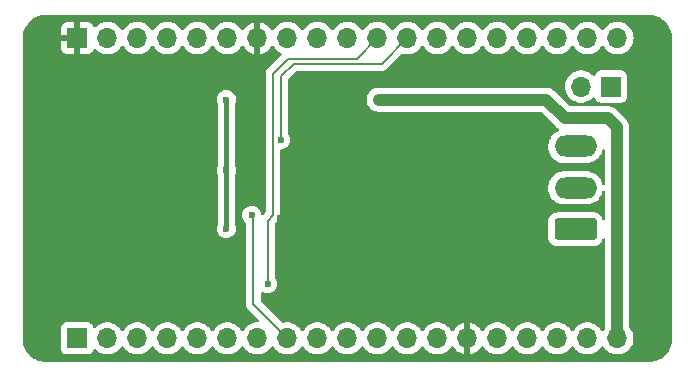
<source format=gbl>
G04 #@! TF.GenerationSoftware,KiCad,Pcbnew,(6.99.0-2815-gbbc0c61ccb)*
G04 #@! TF.CreationDate,2023-01-22T02:42:31+07:00*
G04 #@! TF.ProjectId,ESP32-MODBUS-RS485-SHIELD,45535033-322d-44d4-9f44-4255532d5253,rev?*
G04 #@! TF.SameCoordinates,Original*
G04 #@! TF.FileFunction,Copper,L2,Bot*
G04 #@! TF.FilePolarity,Positive*
%FSLAX46Y46*%
G04 Gerber Fmt 4.6, Leading zero omitted, Abs format (unit mm)*
G04 Created by KiCad (PCBNEW (6.99.0-2815-gbbc0c61ccb)) date 2023-01-22 02:42:31*
%MOMM*%
%LPD*%
G01*
G04 APERTURE LIST*
G04 Aperture macros list*
%AMRoundRect*
0 Rectangle with rounded corners*
0 $1 Rounding radius*
0 $2 $3 $4 $5 $6 $7 $8 $9 X,Y pos of 4 corners*
0 Add a 4 corners polygon primitive as box body*
4,1,4,$2,$3,$4,$5,$6,$7,$8,$9,$2,$3,0*
0 Add four circle primitives for the rounded corners*
1,1,$1+$1,$2,$3*
1,1,$1+$1,$4,$5*
1,1,$1+$1,$6,$7*
1,1,$1+$1,$8,$9*
0 Add four rect primitives between the rounded corners*
20,1,$1+$1,$2,$3,$4,$5,0*
20,1,$1+$1,$4,$5,$6,$7,0*
20,1,$1+$1,$6,$7,$8,$9,0*
20,1,$1+$1,$8,$9,$2,$3,0*%
G04 Aperture macros list end*
G04 #@! TA.AperFunction,ComponentPad*
%ADD10RoundRect,0.250000X1.550000X-0.650000X1.550000X0.650000X-1.550000X0.650000X-1.550000X-0.650000X0*%
G04 #@! TD*
G04 #@! TA.AperFunction,ComponentPad*
%ADD11O,3.600000X1.800000*%
G04 #@! TD*
G04 #@! TA.AperFunction,ComponentPad*
%ADD12R,1.700000X1.700000*%
G04 #@! TD*
G04 #@! TA.AperFunction,ComponentPad*
%ADD13O,1.700000X1.700000*%
G04 #@! TD*
G04 #@! TA.AperFunction,ViaPad*
%ADD14C,0.600000*%
G04 #@! TD*
G04 #@! TA.AperFunction,ViaPad*
%ADD15C,0.800000*%
G04 #@! TD*
G04 #@! TA.AperFunction,Conductor*
%ADD16C,0.381000*%
G04 #@! TD*
G04 #@! TA.AperFunction,Conductor*
%ADD17C,0.203200*%
G04 #@! TD*
G04 #@! TA.AperFunction,Conductor*
%ADD18C,1.016000*%
G04 #@! TD*
G04 APERTURE END LIST*
D10*
X163667500Y-97670000D03*
D11*
X163667499Y-94169999D03*
X163667499Y-90669999D03*
D12*
X121489999Y-106924999D03*
D13*
X124029999Y-106924999D03*
X126569999Y-106924999D03*
X129109999Y-106924999D03*
X131649999Y-106924999D03*
X134189999Y-106924999D03*
X136729999Y-106924999D03*
X139269999Y-106924999D03*
X141809999Y-106924999D03*
X144349999Y-106924999D03*
X146889999Y-106924999D03*
X149429999Y-106924999D03*
X151969999Y-106924999D03*
X154509999Y-106924999D03*
X157049999Y-106924999D03*
X159589999Y-106924999D03*
X162129999Y-106924999D03*
X164669999Y-106924999D03*
X167209999Y-106924999D03*
D12*
X166674999Y-85599999D03*
D13*
X164134999Y-85599999D03*
D12*
X121499999Y-81499999D03*
D13*
X124039999Y-81499999D03*
X126579999Y-81499999D03*
X129119999Y-81499999D03*
X131659999Y-81499999D03*
X134199999Y-81499999D03*
X136739999Y-81499999D03*
X139279999Y-81499999D03*
X141819999Y-81499999D03*
X144359999Y-81499999D03*
X146899999Y-81499999D03*
X149439999Y-81499999D03*
X151979999Y-81499999D03*
X154519999Y-81499999D03*
X157059999Y-81499999D03*
X159599999Y-81499999D03*
X162139999Y-81499999D03*
X164679999Y-81499999D03*
X167219999Y-81499999D03*
D14*
X137050000Y-91350000D03*
X139800000Y-100350000D03*
X140950000Y-89700000D03*
X132750000Y-93000000D03*
X148900000Y-92250000D03*
X153050000Y-92250000D03*
X160800000Y-100400000D03*
X141400000Y-102950000D03*
X134900000Y-104350000D03*
X160800000Y-88450000D03*
X138900000Y-102950000D03*
X147750000Y-101250000D03*
X145400000Y-101250000D03*
X158100000Y-94050000D03*
X135900000Y-91350000D03*
X160950000Y-96100000D03*
X132800000Y-91650000D03*
X140900000Y-92450000D03*
X140050000Y-86800000D03*
X135350000Y-97500000D03*
X132650000Y-99100000D03*
X139000000Y-94950000D03*
X147800000Y-88900000D03*
X146700000Y-92250000D03*
X165450000Y-92400000D03*
X161500000Y-89100000D03*
X153000000Y-103200000D03*
X158300000Y-102700000D03*
X138650000Y-97800000D03*
X132550000Y-104350000D03*
X138650000Y-96750000D03*
X132650000Y-97450000D03*
X153000000Y-100750000D03*
X134100000Y-86700000D03*
X134100000Y-92700000D03*
X134100000Y-97650000D03*
X136250000Y-96500000D03*
X137600000Y-102300000D03*
X138698900Y-90100000D03*
D15*
X148050000Y-86700000D03*
X147000000Y-86700000D03*
D16*
X134100000Y-92700000D02*
X134100000Y-97650000D01*
X134100000Y-86700000D02*
X134100000Y-92700000D01*
D17*
X136400000Y-104055000D02*
X139270000Y-106925000D01*
X136400000Y-96650000D02*
X136400000Y-104055000D01*
X136250000Y-96500000D02*
X136400000Y-96650000D01*
X139300000Y-83250000D02*
X145150000Y-83250000D01*
X138050000Y-96499209D02*
X138050000Y-84500000D01*
X145150000Y-83250000D02*
X146900000Y-81500000D01*
X138050000Y-84500000D02*
X139300000Y-83250000D01*
X137600000Y-96949209D02*
X138050000Y-96499209D01*
X137600000Y-102300000D02*
X137600000Y-96949209D01*
X147286800Y-83653200D02*
X149440000Y-81500000D01*
X139796800Y-83653200D02*
X147286800Y-83653200D01*
X138698900Y-90100000D02*
X138698900Y-84751100D01*
X138698900Y-84751100D02*
X139796800Y-83653200D01*
D18*
X167210000Y-106925000D02*
X167210000Y-89060000D01*
X161150000Y-86700000D02*
X147000000Y-86700000D01*
X167210000Y-89060000D02*
X166450000Y-88300000D01*
X162750000Y-88300000D02*
X161150000Y-86700000D01*
X166450000Y-88300000D02*
X162750000Y-88300000D01*
G04 #@! TA.AperFunction,Conductor*
G36*
X169845922Y-79525498D02*
G01*
X169854083Y-79525768D01*
X169927997Y-79530612D01*
X169933242Y-79530956D01*
X169933977Y-79531006D01*
X169963401Y-79533111D01*
X170111445Y-79543699D01*
X170127038Y-79545799D01*
X170238302Y-79567931D01*
X170240503Y-79568389D01*
X170380117Y-79598760D01*
X170393836Y-79602568D01*
X170507624Y-79641194D01*
X170511155Y-79642451D01*
X170638711Y-79690027D01*
X170650406Y-79695077D01*
X170760600Y-79749418D01*
X170765235Y-79751825D01*
X170882407Y-79815805D01*
X170892017Y-79821624D01*
X170995223Y-79890584D01*
X171000722Y-79894475D01*
X171047492Y-79929487D01*
X171106648Y-79973771D01*
X171114216Y-79979907D01*
X171207935Y-80062096D01*
X171213953Y-80067733D01*
X171307267Y-80161047D01*
X171312904Y-80167065D01*
X171395093Y-80260784D01*
X171401229Y-80268352D01*
X171471343Y-80362012D01*
X171480519Y-80374270D01*
X171484416Y-80379777D01*
X171553376Y-80482983D01*
X171559195Y-80492593D01*
X171623175Y-80609765D01*
X171625582Y-80614400D01*
X171679923Y-80724594D01*
X171684973Y-80736289D01*
X171732549Y-80863845D01*
X171733806Y-80867376D01*
X171772432Y-80981164D01*
X171776240Y-80994883D01*
X171806611Y-81134497D01*
X171807069Y-81136698D01*
X171829201Y-81247962D01*
X171831301Y-81263555D01*
X171843993Y-81441010D01*
X171844044Y-81441758D01*
X171849230Y-81520881D01*
X171849500Y-81529122D01*
X171849500Y-106920878D01*
X171849230Y-106929119D01*
X171844044Y-107008242D01*
X171843993Y-107008990D01*
X171831301Y-107186445D01*
X171829201Y-107202038D01*
X171807069Y-107313302D01*
X171806611Y-107315503D01*
X171776240Y-107455117D01*
X171772432Y-107468836D01*
X171733806Y-107582624D01*
X171732549Y-107586155D01*
X171684973Y-107713711D01*
X171679923Y-107725406D01*
X171625582Y-107835600D01*
X171623175Y-107840235D01*
X171577399Y-107924069D01*
X171559199Y-107957400D01*
X171553376Y-107967017D01*
X171485736Y-108068248D01*
X171484416Y-108070223D01*
X171480525Y-108075722D01*
X171429667Y-108143659D01*
X171401229Y-108181648D01*
X171395093Y-108189216D01*
X171312904Y-108282935D01*
X171307267Y-108288953D01*
X171213953Y-108382267D01*
X171207935Y-108387904D01*
X171114216Y-108470093D01*
X171106648Y-108476229D01*
X171000730Y-108555519D01*
X170995223Y-108559416D01*
X170892017Y-108628376D01*
X170882407Y-108634195D01*
X170765235Y-108698175D01*
X170760600Y-108700582D01*
X170650406Y-108754923D01*
X170638711Y-108759973D01*
X170511155Y-108807549D01*
X170507624Y-108808806D01*
X170393836Y-108847432D01*
X170380117Y-108851240D01*
X170240503Y-108881611D01*
X170238302Y-108882069D01*
X170127038Y-108904201D01*
X170111445Y-108906301D01*
X169963401Y-108916889D01*
X169933977Y-108918994D01*
X169933242Y-108919044D01*
X169854119Y-108924230D01*
X169845878Y-108924500D01*
X118854122Y-108924500D01*
X118845881Y-108924230D01*
X118766758Y-108919044D01*
X118766023Y-108918994D01*
X118736599Y-108916889D01*
X118588555Y-108906301D01*
X118572962Y-108904201D01*
X118461698Y-108882069D01*
X118459497Y-108881611D01*
X118319883Y-108851240D01*
X118306164Y-108847432D01*
X118192376Y-108808806D01*
X118188845Y-108807549D01*
X118061289Y-108759973D01*
X118049594Y-108754923D01*
X117939400Y-108700582D01*
X117934765Y-108698175D01*
X117817593Y-108634195D01*
X117807983Y-108628376D01*
X117704777Y-108559416D01*
X117699270Y-108555519D01*
X117593352Y-108476229D01*
X117585784Y-108470093D01*
X117492065Y-108387904D01*
X117486047Y-108382267D01*
X117392733Y-108288953D01*
X117387096Y-108282935D01*
X117304907Y-108189216D01*
X117298771Y-108181648D01*
X117270333Y-108143659D01*
X117219475Y-108075722D01*
X117215584Y-108070223D01*
X117214265Y-108068248D01*
X117146624Y-107967017D01*
X117140801Y-107957400D01*
X117122601Y-107924069D01*
X117076825Y-107840235D01*
X117074418Y-107835600D01*
X117068519Y-107823638D01*
X120131500Y-107823638D01*
X120138011Y-107884201D01*
X120189111Y-108021204D01*
X120194510Y-108028416D01*
X120194511Y-108028418D01*
X120220390Y-108062988D01*
X120276739Y-108138261D01*
X120393796Y-108225889D01*
X120530799Y-108276989D01*
X120567705Y-108280957D01*
X120588012Y-108283140D01*
X120588015Y-108283140D01*
X120591362Y-108283500D01*
X122388638Y-108283500D01*
X122391985Y-108283140D01*
X122391988Y-108283140D01*
X122412295Y-108280957D01*
X122449201Y-108276989D01*
X122586204Y-108225889D01*
X122703261Y-108138261D01*
X122759610Y-108062988D01*
X122785489Y-108028418D01*
X122785490Y-108028416D01*
X122790889Y-108021204D01*
X122834998Y-107902944D01*
X122877545Y-107846108D01*
X122944065Y-107821297D01*
X123013439Y-107836388D01*
X123045755Y-107861638D01*
X123066526Y-107884201D01*
X123106760Y-107927906D01*
X123284424Y-108066189D01*
X123342085Y-108097393D01*
X123424914Y-108142218D01*
X123482426Y-108173342D01*
X123695365Y-108246444D01*
X123700499Y-108247301D01*
X123700504Y-108247302D01*
X123912294Y-108282643D01*
X123912296Y-108282643D01*
X123917431Y-108283500D01*
X124142569Y-108283500D01*
X124147704Y-108282643D01*
X124147706Y-108282643D01*
X124359496Y-108247302D01*
X124359501Y-108247301D01*
X124364635Y-108246444D01*
X124577574Y-108173342D01*
X124635087Y-108142218D01*
X124717915Y-108097393D01*
X124775576Y-108066189D01*
X124953240Y-107927906D01*
X125037489Y-107836388D01*
X125102194Y-107766101D01*
X125102197Y-107766097D01*
X125105722Y-107762268D01*
X125194517Y-107626357D01*
X125248521Y-107580268D01*
X125318868Y-107570693D01*
X125383226Y-107600670D01*
X125405483Y-107626357D01*
X125494278Y-107762268D01*
X125497803Y-107766097D01*
X125497806Y-107766101D01*
X125562511Y-107836388D01*
X125646760Y-107927906D01*
X125824424Y-108066189D01*
X125882085Y-108097393D01*
X125964914Y-108142218D01*
X126022426Y-108173342D01*
X126235365Y-108246444D01*
X126240499Y-108247301D01*
X126240504Y-108247302D01*
X126452294Y-108282643D01*
X126452296Y-108282643D01*
X126457431Y-108283500D01*
X126682569Y-108283500D01*
X126687704Y-108282643D01*
X126687706Y-108282643D01*
X126899496Y-108247302D01*
X126899501Y-108247301D01*
X126904635Y-108246444D01*
X127117574Y-108173342D01*
X127175087Y-108142218D01*
X127257915Y-108097393D01*
X127315576Y-108066189D01*
X127493240Y-107927906D01*
X127577489Y-107836388D01*
X127642194Y-107766101D01*
X127642197Y-107766097D01*
X127645722Y-107762268D01*
X127734517Y-107626357D01*
X127788521Y-107580268D01*
X127858868Y-107570693D01*
X127923226Y-107600670D01*
X127945483Y-107626357D01*
X128034278Y-107762268D01*
X128037803Y-107766097D01*
X128037806Y-107766101D01*
X128102511Y-107836388D01*
X128186760Y-107927906D01*
X128364424Y-108066189D01*
X128422085Y-108097393D01*
X128504914Y-108142218D01*
X128562426Y-108173342D01*
X128775365Y-108246444D01*
X128780499Y-108247301D01*
X128780504Y-108247302D01*
X128992294Y-108282643D01*
X128992296Y-108282643D01*
X128997431Y-108283500D01*
X129222569Y-108283500D01*
X129227704Y-108282643D01*
X129227706Y-108282643D01*
X129439496Y-108247302D01*
X129439501Y-108247301D01*
X129444635Y-108246444D01*
X129657574Y-108173342D01*
X129715087Y-108142218D01*
X129797915Y-108097393D01*
X129855576Y-108066189D01*
X130033240Y-107927906D01*
X130117489Y-107836388D01*
X130182194Y-107766101D01*
X130182197Y-107766097D01*
X130185722Y-107762268D01*
X130274517Y-107626357D01*
X130328521Y-107580268D01*
X130398868Y-107570693D01*
X130463226Y-107600670D01*
X130485483Y-107626357D01*
X130574278Y-107762268D01*
X130577803Y-107766097D01*
X130577806Y-107766101D01*
X130642511Y-107836388D01*
X130726760Y-107927906D01*
X130904424Y-108066189D01*
X130962085Y-108097393D01*
X131044914Y-108142218D01*
X131102426Y-108173342D01*
X131315365Y-108246444D01*
X131320499Y-108247301D01*
X131320504Y-108247302D01*
X131532294Y-108282643D01*
X131532296Y-108282643D01*
X131537431Y-108283500D01*
X131762569Y-108283500D01*
X131767704Y-108282643D01*
X131767706Y-108282643D01*
X131979496Y-108247302D01*
X131979501Y-108247301D01*
X131984635Y-108246444D01*
X132197574Y-108173342D01*
X132255087Y-108142218D01*
X132337915Y-108097393D01*
X132395576Y-108066189D01*
X132573240Y-107927906D01*
X132657489Y-107836388D01*
X132722194Y-107766101D01*
X132722197Y-107766097D01*
X132725722Y-107762268D01*
X132814517Y-107626357D01*
X132868521Y-107580268D01*
X132938868Y-107570693D01*
X133003226Y-107600670D01*
X133025483Y-107626357D01*
X133114278Y-107762268D01*
X133117803Y-107766097D01*
X133117806Y-107766101D01*
X133182511Y-107836388D01*
X133266760Y-107927906D01*
X133444424Y-108066189D01*
X133502085Y-108097393D01*
X133584914Y-108142218D01*
X133642426Y-108173342D01*
X133855365Y-108246444D01*
X133860499Y-108247301D01*
X133860504Y-108247302D01*
X134072294Y-108282643D01*
X134072296Y-108282643D01*
X134077431Y-108283500D01*
X134302569Y-108283500D01*
X134307704Y-108282643D01*
X134307706Y-108282643D01*
X134519496Y-108247302D01*
X134519501Y-108247301D01*
X134524635Y-108246444D01*
X134737574Y-108173342D01*
X134795087Y-108142218D01*
X134877915Y-108097393D01*
X134935576Y-108066189D01*
X135113240Y-107927906D01*
X135197489Y-107836388D01*
X135262194Y-107766101D01*
X135262197Y-107766097D01*
X135265722Y-107762268D01*
X135354517Y-107626357D01*
X135408521Y-107580268D01*
X135478868Y-107570693D01*
X135543226Y-107600670D01*
X135565483Y-107626357D01*
X135654278Y-107762268D01*
X135657803Y-107766097D01*
X135657806Y-107766101D01*
X135722511Y-107836388D01*
X135806760Y-107927906D01*
X135984424Y-108066189D01*
X136042085Y-108097393D01*
X136124914Y-108142218D01*
X136182426Y-108173342D01*
X136395365Y-108246444D01*
X136400499Y-108247301D01*
X136400504Y-108247302D01*
X136612294Y-108282643D01*
X136612296Y-108282643D01*
X136617431Y-108283500D01*
X136842569Y-108283500D01*
X136847704Y-108282643D01*
X136847706Y-108282643D01*
X137059496Y-108247302D01*
X137059501Y-108247301D01*
X137064635Y-108246444D01*
X137277574Y-108173342D01*
X137335087Y-108142218D01*
X137417915Y-108097393D01*
X137475576Y-108066189D01*
X137653240Y-107927906D01*
X137737489Y-107836388D01*
X137802194Y-107766101D01*
X137802197Y-107766097D01*
X137805722Y-107762268D01*
X137894517Y-107626357D01*
X137948521Y-107580268D01*
X138018868Y-107570693D01*
X138083226Y-107600670D01*
X138105483Y-107626357D01*
X138194278Y-107762268D01*
X138197803Y-107766097D01*
X138197806Y-107766101D01*
X138262511Y-107836388D01*
X138346760Y-107927906D01*
X138524424Y-108066189D01*
X138582085Y-108097393D01*
X138664914Y-108142218D01*
X138722426Y-108173342D01*
X138935365Y-108246444D01*
X138940499Y-108247301D01*
X138940504Y-108247302D01*
X139152294Y-108282643D01*
X139152296Y-108282643D01*
X139157431Y-108283500D01*
X139382569Y-108283500D01*
X139387704Y-108282643D01*
X139387706Y-108282643D01*
X139599496Y-108247302D01*
X139599501Y-108247301D01*
X139604635Y-108246444D01*
X139817574Y-108173342D01*
X139875087Y-108142218D01*
X139957915Y-108097393D01*
X140015576Y-108066189D01*
X140193240Y-107927906D01*
X140277489Y-107836388D01*
X140342194Y-107766101D01*
X140342197Y-107766097D01*
X140345722Y-107762268D01*
X140434517Y-107626357D01*
X140488521Y-107580268D01*
X140558868Y-107570693D01*
X140623226Y-107600670D01*
X140645483Y-107626357D01*
X140734278Y-107762268D01*
X140737803Y-107766097D01*
X140737806Y-107766101D01*
X140802511Y-107836388D01*
X140886760Y-107927906D01*
X141064424Y-108066189D01*
X141122085Y-108097393D01*
X141204914Y-108142218D01*
X141262426Y-108173342D01*
X141475365Y-108246444D01*
X141480499Y-108247301D01*
X141480504Y-108247302D01*
X141692294Y-108282643D01*
X141692296Y-108282643D01*
X141697431Y-108283500D01*
X141922569Y-108283500D01*
X141927704Y-108282643D01*
X141927706Y-108282643D01*
X142139496Y-108247302D01*
X142139501Y-108247301D01*
X142144635Y-108246444D01*
X142357574Y-108173342D01*
X142415087Y-108142218D01*
X142497915Y-108097393D01*
X142555576Y-108066189D01*
X142733240Y-107927906D01*
X142817489Y-107836388D01*
X142882194Y-107766101D01*
X142882197Y-107766097D01*
X142885722Y-107762268D01*
X142974517Y-107626357D01*
X143028521Y-107580268D01*
X143098868Y-107570693D01*
X143163226Y-107600670D01*
X143185483Y-107626357D01*
X143274278Y-107762268D01*
X143277803Y-107766097D01*
X143277806Y-107766101D01*
X143342511Y-107836388D01*
X143426760Y-107927906D01*
X143604424Y-108066189D01*
X143662085Y-108097393D01*
X143744914Y-108142218D01*
X143802426Y-108173342D01*
X144015365Y-108246444D01*
X144020499Y-108247301D01*
X144020504Y-108247302D01*
X144232294Y-108282643D01*
X144232296Y-108282643D01*
X144237431Y-108283500D01*
X144462569Y-108283500D01*
X144467704Y-108282643D01*
X144467706Y-108282643D01*
X144679496Y-108247302D01*
X144679501Y-108247301D01*
X144684635Y-108246444D01*
X144897574Y-108173342D01*
X144955087Y-108142218D01*
X145037915Y-108097393D01*
X145095576Y-108066189D01*
X145273240Y-107927906D01*
X145357489Y-107836388D01*
X145422194Y-107766101D01*
X145422197Y-107766097D01*
X145425722Y-107762268D01*
X145514517Y-107626357D01*
X145568521Y-107580268D01*
X145638868Y-107570693D01*
X145703226Y-107600670D01*
X145725483Y-107626357D01*
X145814278Y-107762268D01*
X145817803Y-107766097D01*
X145817806Y-107766101D01*
X145882511Y-107836388D01*
X145966760Y-107927906D01*
X146144424Y-108066189D01*
X146202085Y-108097393D01*
X146284914Y-108142218D01*
X146342426Y-108173342D01*
X146555365Y-108246444D01*
X146560499Y-108247301D01*
X146560504Y-108247302D01*
X146772294Y-108282643D01*
X146772296Y-108282643D01*
X146777431Y-108283500D01*
X147002569Y-108283500D01*
X147007704Y-108282643D01*
X147007706Y-108282643D01*
X147219496Y-108247302D01*
X147219501Y-108247301D01*
X147224635Y-108246444D01*
X147437574Y-108173342D01*
X147495087Y-108142218D01*
X147577915Y-108097393D01*
X147635576Y-108066189D01*
X147813240Y-107927906D01*
X147897489Y-107836388D01*
X147962194Y-107766101D01*
X147962197Y-107766097D01*
X147965722Y-107762268D01*
X148054517Y-107626357D01*
X148108521Y-107580268D01*
X148178868Y-107570693D01*
X148243226Y-107600670D01*
X148265483Y-107626357D01*
X148354278Y-107762268D01*
X148357803Y-107766097D01*
X148357806Y-107766101D01*
X148422511Y-107836388D01*
X148506760Y-107927906D01*
X148684424Y-108066189D01*
X148742085Y-108097393D01*
X148824914Y-108142218D01*
X148882426Y-108173342D01*
X149095365Y-108246444D01*
X149100499Y-108247301D01*
X149100504Y-108247302D01*
X149312294Y-108282643D01*
X149312296Y-108282643D01*
X149317431Y-108283500D01*
X149542569Y-108283500D01*
X149547704Y-108282643D01*
X149547706Y-108282643D01*
X149759496Y-108247302D01*
X149759501Y-108247301D01*
X149764635Y-108246444D01*
X149977574Y-108173342D01*
X150035087Y-108142218D01*
X150117915Y-108097393D01*
X150175576Y-108066189D01*
X150353240Y-107927906D01*
X150437489Y-107836388D01*
X150502194Y-107766101D01*
X150502197Y-107766097D01*
X150505722Y-107762268D01*
X150594517Y-107626357D01*
X150648521Y-107580268D01*
X150718868Y-107570693D01*
X150783226Y-107600670D01*
X150805483Y-107626357D01*
X150894278Y-107762268D01*
X150897803Y-107766097D01*
X150897806Y-107766101D01*
X150962511Y-107836388D01*
X151046760Y-107927906D01*
X151224424Y-108066189D01*
X151282085Y-108097393D01*
X151364914Y-108142218D01*
X151422426Y-108173342D01*
X151635365Y-108246444D01*
X151640499Y-108247301D01*
X151640504Y-108247302D01*
X151852294Y-108282643D01*
X151852296Y-108282643D01*
X151857431Y-108283500D01*
X152082569Y-108283500D01*
X152087704Y-108282643D01*
X152087706Y-108282643D01*
X152299496Y-108247302D01*
X152299501Y-108247301D01*
X152304635Y-108246444D01*
X152517574Y-108173342D01*
X152575087Y-108142218D01*
X152657915Y-108097393D01*
X152715576Y-108066189D01*
X152893240Y-107927906D01*
X152977489Y-107836388D01*
X153042194Y-107766101D01*
X153042197Y-107766097D01*
X153045722Y-107762268D01*
X153134816Y-107625899D01*
X153188820Y-107579811D01*
X153259168Y-107570236D01*
X153323525Y-107600214D01*
X153345782Y-107625899D01*
X153431823Y-107757593D01*
X153438210Y-107765799D01*
X153583568Y-107923700D01*
X153591211Y-107930737D01*
X153760589Y-108062569D01*
X153769282Y-108068248D01*
X153958043Y-108170401D01*
X153967560Y-108174575D01*
X154170557Y-108244264D01*
X154180627Y-108246815D01*
X154238133Y-108256411D01*
X154251648Y-108254777D01*
X154256000Y-108240551D01*
X154256000Y-105608723D01*
X154252164Y-105595660D01*
X154237416Y-105593709D01*
X154180627Y-105603185D01*
X154170557Y-105605736D01*
X153967560Y-105675425D01*
X153958043Y-105679599D01*
X153769282Y-105781752D01*
X153760589Y-105787431D01*
X153591211Y-105919263D01*
X153583568Y-105926300D01*
X153438210Y-106084201D01*
X153431823Y-106092407D01*
X153345782Y-106224101D01*
X153291778Y-106270189D01*
X153221430Y-106279764D01*
X153157073Y-106249786D01*
X153134816Y-106224101D01*
X153048569Y-106092090D01*
X153045722Y-106087732D01*
X153042197Y-106083903D01*
X153042194Y-106083899D01*
X152896772Y-105925931D01*
X152893240Y-105922094D01*
X152715576Y-105783811D01*
X152517574Y-105676658D01*
X152304635Y-105603556D01*
X152299501Y-105602699D01*
X152299496Y-105602698D01*
X152087706Y-105567357D01*
X152087704Y-105567357D01*
X152082569Y-105566500D01*
X151857431Y-105566500D01*
X151852296Y-105567357D01*
X151852294Y-105567357D01*
X151640504Y-105602698D01*
X151640499Y-105602699D01*
X151635365Y-105603556D01*
X151422426Y-105676658D01*
X151224424Y-105783811D01*
X151046760Y-105922094D01*
X151043228Y-105925931D01*
X150897806Y-106083899D01*
X150897803Y-106083903D01*
X150894278Y-106087732D01*
X150891427Y-106092096D01*
X150805483Y-106223643D01*
X150751479Y-106269732D01*
X150681132Y-106279307D01*
X150616774Y-106249330D01*
X150594517Y-106223643D01*
X150508573Y-106092096D01*
X150505722Y-106087732D01*
X150502197Y-106083903D01*
X150502194Y-106083899D01*
X150356772Y-105925931D01*
X150353240Y-105922094D01*
X150175576Y-105783811D01*
X149977574Y-105676658D01*
X149764635Y-105603556D01*
X149759501Y-105602699D01*
X149759496Y-105602698D01*
X149547706Y-105567357D01*
X149547704Y-105567357D01*
X149542569Y-105566500D01*
X149317431Y-105566500D01*
X149312296Y-105567357D01*
X149312294Y-105567357D01*
X149100504Y-105602698D01*
X149100499Y-105602699D01*
X149095365Y-105603556D01*
X148882426Y-105676658D01*
X148684424Y-105783811D01*
X148506760Y-105922094D01*
X148503228Y-105925931D01*
X148357806Y-106083899D01*
X148357803Y-106083903D01*
X148354278Y-106087732D01*
X148351427Y-106092096D01*
X148265483Y-106223643D01*
X148211479Y-106269732D01*
X148141132Y-106279307D01*
X148076774Y-106249330D01*
X148054517Y-106223643D01*
X147968573Y-106092096D01*
X147965722Y-106087732D01*
X147962197Y-106083903D01*
X147962194Y-106083899D01*
X147816772Y-105925931D01*
X147813240Y-105922094D01*
X147635576Y-105783811D01*
X147437574Y-105676658D01*
X147224635Y-105603556D01*
X147219501Y-105602699D01*
X147219496Y-105602698D01*
X147007706Y-105567357D01*
X147007704Y-105567357D01*
X147002569Y-105566500D01*
X146777431Y-105566500D01*
X146772296Y-105567357D01*
X146772294Y-105567357D01*
X146560504Y-105602698D01*
X146560499Y-105602699D01*
X146555365Y-105603556D01*
X146342426Y-105676658D01*
X146144424Y-105783811D01*
X145966760Y-105922094D01*
X145963228Y-105925931D01*
X145817806Y-106083899D01*
X145817803Y-106083903D01*
X145814278Y-106087732D01*
X145811427Y-106092096D01*
X145725483Y-106223643D01*
X145671479Y-106269732D01*
X145601132Y-106279307D01*
X145536774Y-106249330D01*
X145514517Y-106223643D01*
X145428573Y-106092096D01*
X145425722Y-106087732D01*
X145422197Y-106083903D01*
X145422194Y-106083899D01*
X145276772Y-105925931D01*
X145273240Y-105922094D01*
X145095576Y-105783811D01*
X144897574Y-105676658D01*
X144684635Y-105603556D01*
X144679501Y-105602699D01*
X144679496Y-105602698D01*
X144467706Y-105567357D01*
X144467704Y-105567357D01*
X144462569Y-105566500D01*
X144237431Y-105566500D01*
X144232296Y-105567357D01*
X144232294Y-105567357D01*
X144020504Y-105602698D01*
X144020499Y-105602699D01*
X144015365Y-105603556D01*
X143802426Y-105676658D01*
X143604424Y-105783811D01*
X143426760Y-105922094D01*
X143423228Y-105925931D01*
X143277806Y-106083899D01*
X143277803Y-106083903D01*
X143274278Y-106087732D01*
X143271427Y-106092096D01*
X143185483Y-106223643D01*
X143131479Y-106269732D01*
X143061132Y-106279307D01*
X142996774Y-106249330D01*
X142974517Y-106223643D01*
X142888573Y-106092096D01*
X142885722Y-106087732D01*
X142882197Y-106083903D01*
X142882194Y-106083899D01*
X142736772Y-105925931D01*
X142733240Y-105922094D01*
X142555576Y-105783811D01*
X142357574Y-105676658D01*
X142144635Y-105603556D01*
X142139501Y-105602699D01*
X142139496Y-105602698D01*
X141927706Y-105567357D01*
X141927704Y-105567357D01*
X141922569Y-105566500D01*
X141697431Y-105566500D01*
X141692296Y-105567357D01*
X141692294Y-105567357D01*
X141480504Y-105602698D01*
X141480499Y-105602699D01*
X141475365Y-105603556D01*
X141262426Y-105676658D01*
X141064424Y-105783811D01*
X140886760Y-105922094D01*
X140883228Y-105925931D01*
X140737806Y-106083899D01*
X140737803Y-106083903D01*
X140734278Y-106087732D01*
X140731427Y-106092096D01*
X140645483Y-106223643D01*
X140591479Y-106269732D01*
X140521132Y-106279307D01*
X140456774Y-106249330D01*
X140434517Y-106223643D01*
X140348573Y-106092096D01*
X140345722Y-106087732D01*
X140342197Y-106083903D01*
X140342194Y-106083899D01*
X140196772Y-105925931D01*
X140193240Y-105922094D01*
X140015576Y-105783811D01*
X139817574Y-105676658D01*
X139604635Y-105603556D01*
X139599501Y-105602699D01*
X139599496Y-105602698D01*
X139387706Y-105567357D01*
X139387704Y-105567357D01*
X139382569Y-105566500D01*
X139157431Y-105566500D01*
X139152296Y-105567357D01*
X139152294Y-105567357D01*
X138940504Y-105602698D01*
X138940499Y-105602699D01*
X138935365Y-105603556D01*
X138917447Y-105609707D01*
X138846524Y-105612908D01*
X138787441Y-105579629D01*
X137047005Y-103839193D01*
X137012979Y-103776881D01*
X137010100Y-103750098D01*
X137010100Y-103112178D01*
X137030102Y-103044057D01*
X137083758Y-102997564D01*
X137154032Y-102987460D01*
X137203137Y-103005491D01*
X137246985Y-103033043D01*
X137418953Y-103093217D01*
X137425980Y-103094009D01*
X137425981Y-103094009D01*
X137566814Y-103109877D01*
X137587238Y-103112178D01*
X137592971Y-103112824D01*
X137600000Y-103113616D01*
X137607029Y-103112824D01*
X137612763Y-103112178D01*
X137633186Y-103109877D01*
X137774019Y-103094009D01*
X137774020Y-103094009D01*
X137781047Y-103093217D01*
X137953015Y-103033043D01*
X138107281Y-102936111D01*
X138236111Y-102807281D01*
X138333043Y-102653015D01*
X138393217Y-102481047D01*
X138413616Y-102300000D01*
X138393217Y-102118953D01*
X138333043Y-101946985D01*
X138236111Y-101792719D01*
X138236272Y-101792618D01*
X138210755Y-101730114D01*
X138210100Y-101717284D01*
X138210100Y-97254111D01*
X138230102Y-97185990D01*
X138247005Y-97165015D01*
X138427896Y-96984125D01*
X138435706Y-96977019D01*
X138441983Y-96973035D01*
X138486830Y-96925278D01*
X138489585Y-96922436D01*
X138508547Y-96903474D01*
X138510976Y-96900342D01*
X138511529Y-96899715D01*
X138518510Y-96891542D01*
X138522054Y-96887768D01*
X138547504Y-96860667D01*
X138551711Y-96853015D01*
X138556731Y-96843885D01*
X138567582Y-96827366D01*
X138574456Y-96818504D01*
X138574457Y-96818502D01*
X138579312Y-96812243D01*
X138582459Y-96804971D01*
X138596135Y-96773369D01*
X138601357Y-96762709D01*
X138617948Y-96732531D01*
X138617949Y-96732528D01*
X138621765Y-96725587D01*
X138623735Y-96717914D01*
X138623737Y-96717909D01*
X138626524Y-96707052D01*
X138632930Y-96688340D01*
X138637383Y-96678050D01*
X138640532Y-96670774D01*
X138647159Y-96628931D01*
X138649566Y-96617307D01*
X138658129Y-96583959D01*
X138660100Y-96576283D01*
X138660100Y-96557145D01*
X138661651Y-96537434D01*
X138663406Y-96526353D01*
X138664646Y-96518525D01*
X138660659Y-96476348D01*
X138660100Y-96464490D01*
X138660100Y-91030588D01*
X138680102Y-90962467D01*
X138733758Y-90915974D01*
X138771990Y-90905381D01*
X138848616Y-90896747D01*
X138872919Y-90894009D01*
X138872920Y-90894009D01*
X138879947Y-90893217D01*
X139051915Y-90833043D01*
X139206181Y-90736111D01*
X139335011Y-90607281D01*
X139431943Y-90453015D01*
X139492117Y-90281047D01*
X139494932Y-90256068D01*
X139511724Y-90107029D01*
X139512516Y-90100000D01*
X139492117Y-89918953D01*
X139431943Y-89746985D01*
X139335011Y-89592719D01*
X139335172Y-89592618D01*
X139309655Y-89530114D01*
X139309000Y-89517284D01*
X139309000Y-86700000D01*
X145978582Y-86700000D01*
X145998208Y-86899269D01*
X146056333Y-87090880D01*
X146150722Y-87267469D01*
X146277748Y-87422252D01*
X146432531Y-87549278D01*
X146478457Y-87573826D01*
X146603662Y-87640750D01*
X146603665Y-87640751D01*
X146609120Y-87643667D01*
X146800731Y-87701792D01*
X146856382Y-87707273D01*
X146946986Y-87716197D01*
X146946993Y-87716197D01*
X146950066Y-87716500D01*
X160676762Y-87716500D01*
X160744883Y-87736502D01*
X160765857Y-87753405D01*
X161991532Y-88979080D01*
X161999837Y-88988242D01*
X162027748Y-89022252D01*
X162098856Y-89080609D01*
X162182531Y-89149279D01*
X162199646Y-89158427D01*
X162250292Y-89208180D01*
X162266000Y-89277417D01*
X162241782Y-89344155D01*
X162192146Y-89384361D01*
X162078098Y-89435914D01*
X161879453Y-89570175D01*
X161875584Y-89573883D01*
X161875583Y-89573884D01*
X161710221Y-89732370D01*
X161710217Y-89732374D01*
X161706356Y-89736075D01*
X161563785Y-89928843D01*
X161561378Y-89933618D01*
X161561375Y-89933622D01*
X161508464Y-90038566D01*
X161455843Y-90142933D01*
X161385636Y-90372185D01*
X161355182Y-90610005D01*
X161365357Y-90849551D01*
X161415870Y-91083932D01*
X161505267Y-91306404D01*
X161630976Y-91510569D01*
X161789381Y-91690551D01*
X161855883Y-91744248D01*
X161971758Y-91837812D01*
X161971764Y-91837816D01*
X161975924Y-91841175D01*
X161980593Y-91843783D01*
X161980597Y-91843786D01*
X162130749Y-91927664D01*
X162185240Y-91958105D01*
X162411306Y-92037980D01*
X162416578Y-92038884D01*
X162642350Y-92077597D01*
X162642355Y-92077597D01*
X162647619Y-92078500D01*
X164627327Y-92078500D01*
X164629980Y-92078274D01*
X164629985Y-92078274D01*
X164801067Y-92063713D01*
X164801070Y-92063712D01*
X164806398Y-92063259D01*
X164811573Y-92061911D01*
X164811576Y-92061911D01*
X164922411Y-92033051D01*
X165038424Y-92002844D01*
X165256902Y-91904086D01*
X165455547Y-91769825D01*
X165542458Y-91686528D01*
X165624779Y-91607630D01*
X165624783Y-91607626D01*
X165628644Y-91603925D01*
X165771215Y-91411157D01*
X165824031Y-91306404D01*
X165876747Y-91201847D01*
X165879157Y-91197067D01*
X165947023Y-90975459D01*
X165986095Y-90916181D01*
X166051013Y-90887437D01*
X166121165Y-90898354D01*
X166174279Y-90945465D01*
X166193500Y-91012354D01*
X166193500Y-93846441D01*
X166173498Y-93914562D01*
X166119842Y-93961055D01*
X166049568Y-93971159D01*
X165984988Y-93941665D01*
X165946604Y-93881939D01*
X165944328Y-93872987D01*
X165920258Y-93761303D01*
X165919130Y-93756068D01*
X165829733Y-93533596D01*
X165704024Y-93329431D01*
X165545619Y-93149449D01*
X165447441Y-93070175D01*
X165363242Y-93002188D01*
X165363236Y-93002184D01*
X165359076Y-92998825D01*
X165354407Y-92996217D01*
X165354403Y-92996214D01*
X165154439Y-92884509D01*
X165149760Y-92881895D01*
X164923694Y-92802020D01*
X164918422Y-92801116D01*
X164692650Y-92762403D01*
X164692645Y-92762403D01*
X164687381Y-92761500D01*
X162707673Y-92761500D01*
X162705020Y-92761726D01*
X162705015Y-92761726D01*
X162533933Y-92776287D01*
X162533930Y-92776288D01*
X162528602Y-92776741D01*
X162523427Y-92778089D01*
X162523424Y-92778089D01*
X162412589Y-92806948D01*
X162296576Y-92837156D01*
X162078098Y-92935914D01*
X161879453Y-93070175D01*
X161875584Y-93073883D01*
X161875583Y-93073884D01*
X161710221Y-93232370D01*
X161710217Y-93232374D01*
X161706356Y-93236075D01*
X161563785Y-93428843D01*
X161561378Y-93433618D01*
X161561375Y-93433622D01*
X161508464Y-93538566D01*
X161455843Y-93642933D01*
X161385636Y-93872185D01*
X161355182Y-94110005D01*
X161365357Y-94349551D01*
X161415870Y-94583932D01*
X161505267Y-94806404D01*
X161630976Y-95010569D01*
X161789381Y-95190551D01*
X161855883Y-95244248D01*
X161971758Y-95337812D01*
X161971764Y-95337816D01*
X161975924Y-95341175D01*
X161980593Y-95343783D01*
X161980597Y-95343786D01*
X162130749Y-95427664D01*
X162185240Y-95458105D01*
X162411306Y-95537980D01*
X162416578Y-95538884D01*
X162642350Y-95577597D01*
X162642355Y-95577597D01*
X162647619Y-95578500D01*
X164627327Y-95578500D01*
X164629980Y-95578274D01*
X164629985Y-95578274D01*
X164801067Y-95563713D01*
X164801070Y-95563712D01*
X164806398Y-95563259D01*
X164811573Y-95561911D01*
X164811576Y-95561911D01*
X164922411Y-95533051D01*
X165038424Y-95502844D01*
X165256902Y-95404086D01*
X165455547Y-95269825D01*
X165542458Y-95186528D01*
X165624779Y-95107630D01*
X165624783Y-95107626D01*
X165628644Y-95103925D01*
X165771215Y-94911157D01*
X165824031Y-94806404D01*
X165876747Y-94701847D01*
X165879157Y-94697067D01*
X165947023Y-94475459D01*
X165986095Y-94416181D01*
X166051013Y-94387437D01*
X166121165Y-94398354D01*
X166174279Y-94445465D01*
X166193500Y-94512354D01*
X166193500Y-96773154D01*
X166173498Y-96841275D01*
X166119842Y-96887768D01*
X166049568Y-96897872D01*
X165984988Y-96868378D01*
X165947895Y-96812786D01*
X165947715Y-96812243D01*
X165909615Y-96697262D01*
X165816530Y-96546348D01*
X165691152Y-96420970D01*
X165540238Y-96327885D01*
X165476693Y-96306829D01*
X165378452Y-96274275D01*
X165378448Y-96274274D01*
X165371926Y-96272113D01*
X165365092Y-96271415D01*
X165365088Y-96271414D01*
X165271229Y-96261825D01*
X165271223Y-96261825D01*
X165268045Y-96261500D01*
X163667750Y-96261500D01*
X162066956Y-96261501D01*
X162063779Y-96261826D01*
X162063770Y-96261826D01*
X162015033Y-96266805D01*
X161963074Y-96272113D01*
X161794762Y-96327885D01*
X161643848Y-96420970D01*
X161518470Y-96546348D01*
X161425385Y-96697262D01*
X161417511Y-96721024D01*
X161373775Y-96853015D01*
X161369613Y-96865574D01*
X161368915Y-96872408D01*
X161368914Y-96872412D01*
X161363659Y-96923850D01*
X161359000Y-96969455D01*
X161359001Y-98370544D01*
X161359326Y-98373721D01*
X161359326Y-98373730D01*
X161364305Y-98422467D01*
X161369613Y-98474426D01*
X161425385Y-98642738D01*
X161518470Y-98793652D01*
X161643848Y-98919030D01*
X161794762Y-99012115D01*
X161858307Y-99033171D01*
X161956548Y-99065725D01*
X161956552Y-99065726D01*
X161963074Y-99067887D01*
X161969908Y-99068585D01*
X161969912Y-99068586D01*
X162063771Y-99078175D01*
X162063777Y-99078175D01*
X162066955Y-99078500D01*
X163667250Y-99078500D01*
X165268044Y-99078499D01*
X165271221Y-99078174D01*
X165271230Y-99078174D01*
X165319967Y-99073195D01*
X165371926Y-99067887D01*
X165540238Y-99012115D01*
X165691152Y-98919030D01*
X165816530Y-98793652D01*
X165909615Y-98642738D01*
X165947895Y-98527214D01*
X165988309Y-98468842D01*
X166053865Y-98441586D01*
X166123750Y-98454099D01*
X166175776Y-98502408D01*
X166193500Y-98566846D01*
X166193500Y-105974234D01*
X166173498Y-106042355D01*
X166160201Y-106059571D01*
X166137812Y-106083892D01*
X166137807Y-106083899D01*
X166134278Y-106087732D01*
X166131427Y-106092096D01*
X166045483Y-106223643D01*
X165991479Y-106269732D01*
X165921132Y-106279307D01*
X165856774Y-106249330D01*
X165834517Y-106223643D01*
X165748573Y-106092096D01*
X165745722Y-106087732D01*
X165742197Y-106083903D01*
X165742194Y-106083899D01*
X165596772Y-105925931D01*
X165593240Y-105922094D01*
X165415576Y-105783811D01*
X165217574Y-105676658D01*
X165004635Y-105603556D01*
X164999501Y-105602699D01*
X164999496Y-105602698D01*
X164787706Y-105567357D01*
X164787704Y-105567357D01*
X164782569Y-105566500D01*
X164557431Y-105566500D01*
X164552296Y-105567357D01*
X164552294Y-105567357D01*
X164340504Y-105602698D01*
X164340499Y-105602699D01*
X164335365Y-105603556D01*
X164122426Y-105676658D01*
X163924424Y-105783811D01*
X163746760Y-105922094D01*
X163743228Y-105925931D01*
X163597806Y-106083899D01*
X163597803Y-106083903D01*
X163594278Y-106087732D01*
X163591427Y-106092096D01*
X163505483Y-106223643D01*
X163451479Y-106269732D01*
X163381132Y-106279307D01*
X163316774Y-106249330D01*
X163294517Y-106223643D01*
X163208573Y-106092096D01*
X163205722Y-106087732D01*
X163202197Y-106083903D01*
X163202194Y-106083899D01*
X163056772Y-105925931D01*
X163053240Y-105922094D01*
X162875576Y-105783811D01*
X162677574Y-105676658D01*
X162464635Y-105603556D01*
X162459501Y-105602699D01*
X162459496Y-105602698D01*
X162247706Y-105567357D01*
X162247704Y-105567357D01*
X162242569Y-105566500D01*
X162017431Y-105566500D01*
X162012296Y-105567357D01*
X162012294Y-105567357D01*
X161800504Y-105602698D01*
X161800499Y-105602699D01*
X161795365Y-105603556D01*
X161582426Y-105676658D01*
X161384424Y-105783811D01*
X161206760Y-105922094D01*
X161203228Y-105925931D01*
X161057806Y-106083899D01*
X161057803Y-106083903D01*
X161054278Y-106087732D01*
X161051427Y-106092096D01*
X160965483Y-106223643D01*
X160911479Y-106269732D01*
X160841132Y-106279307D01*
X160776774Y-106249330D01*
X160754517Y-106223643D01*
X160668573Y-106092096D01*
X160665722Y-106087732D01*
X160662197Y-106083903D01*
X160662194Y-106083899D01*
X160516772Y-105925931D01*
X160513240Y-105922094D01*
X160335576Y-105783811D01*
X160137574Y-105676658D01*
X159924635Y-105603556D01*
X159919501Y-105602699D01*
X159919496Y-105602698D01*
X159707706Y-105567357D01*
X159707704Y-105567357D01*
X159702569Y-105566500D01*
X159477431Y-105566500D01*
X159472296Y-105567357D01*
X159472294Y-105567357D01*
X159260504Y-105602698D01*
X159260499Y-105602699D01*
X159255365Y-105603556D01*
X159042426Y-105676658D01*
X158844424Y-105783811D01*
X158666760Y-105922094D01*
X158663228Y-105925931D01*
X158517806Y-106083899D01*
X158517803Y-106083903D01*
X158514278Y-106087732D01*
X158511427Y-106092096D01*
X158425483Y-106223643D01*
X158371479Y-106269732D01*
X158301132Y-106279307D01*
X158236774Y-106249330D01*
X158214517Y-106223643D01*
X158128573Y-106092096D01*
X158125722Y-106087732D01*
X158122197Y-106083903D01*
X158122194Y-106083899D01*
X157976772Y-105925931D01*
X157973240Y-105922094D01*
X157795576Y-105783811D01*
X157597574Y-105676658D01*
X157384635Y-105603556D01*
X157379501Y-105602699D01*
X157379496Y-105602698D01*
X157167706Y-105567357D01*
X157167704Y-105567357D01*
X157162569Y-105566500D01*
X156937431Y-105566500D01*
X156932296Y-105567357D01*
X156932294Y-105567357D01*
X156720504Y-105602698D01*
X156720499Y-105602699D01*
X156715365Y-105603556D01*
X156502426Y-105676658D01*
X156304424Y-105783811D01*
X156126760Y-105922094D01*
X156123228Y-105925931D01*
X155977806Y-106083899D01*
X155977803Y-106083903D01*
X155974278Y-106087732D01*
X155971431Y-106092090D01*
X155885184Y-106224101D01*
X155831180Y-106270189D01*
X155760832Y-106279764D01*
X155696475Y-106249786D01*
X155674218Y-106224101D01*
X155588177Y-106092407D01*
X155581790Y-106084201D01*
X155436432Y-105926300D01*
X155428789Y-105919263D01*
X155259411Y-105787431D01*
X155250718Y-105781752D01*
X155061957Y-105679599D01*
X155052440Y-105675425D01*
X154849443Y-105605736D01*
X154839373Y-105603185D01*
X154781867Y-105593589D01*
X154768352Y-105595223D01*
X154764000Y-105609449D01*
X154764000Y-108241277D01*
X154767836Y-108254340D01*
X154782584Y-108256291D01*
X154839373Y-108246815D01*
X154849443Y-108244264D01*
X155052440Y-108174575D01*
X155061957Y-108170401D01*
X155250718Y-108068248D01*
X155259411Y-108062569D01*
X155428789Y-107930737D01*
X155436432Y-107923700D01*
X155581790Y-107765799D01*
X155588177Y-107757593D01*
X155674218Y-107625899D01*
X155728222Y-107579811D01*
X155798570Y-107570236D01*
X155862927Y-107600214D01*
X155885183Y-107625898D01*
X155974278Y-107762268D01*
X155977803Y-107766097D01*
X155977806Y-107766101D01*
X156042511Y-107836388D01*
X156126760Y-107927906D01*
X156304424Y-108066189D01*
X156362085Y-108097393D01*
X156444914Y-108142218D01*
X156502426Y-108173342D01*
X156715365Y-108246444D01*
X156720499Y-108247301D01*
X156720504Y-108247302D01*
X156932294Y-108282643D01*
X156932296Y-108282643D01*
X156937431Y-108283500D01*
X157162569Y-108283500D01*
X157167704Y-108282643D01*
X157167706Y-108282643D01*
X157379496Y-108247302D01*
X157379501Y-108247301D01*
X157384635Y-108246444D01*
X157597574Y-108173342D01*
X157655087Y-108142218D01*
X157737915Y-108097393D01*
X157795576Y-108066189D01*
X157973240Y-107927906D01*
X158057489Y-107836388D01*
X158122194Y-107766101D01*
X158122197Y-107766097D01*
X158125722Y-107762268D01*
X158214517Y-107626357D01*
X158268521Y-107580268D01*
X158338868Y-107570693D01*
X158403226Y-107600670D01*
X158425483Y-107626357D01*
X158514278Y-107762268D01*
X158517803Y-107766097D01*
X158517806Y-107766101D01*
X158582511Y-107836388D01*
X158666760Y-107927906D01*
X158844424Y-108066189D01*
X158902085Y-108097393D01*
X158984914Y-108142218D01*
X159042426Y-108173342D01*
X159255365Y-108246444D01*
X159260499Y-108247301D01*
X159260504Y-108247302D01*
X159472294Y-108282643D01*
X159472296Y-108282643D01*
X159477431Y-108283500D01*
X159702569Y-108283500D01*
X159707704Y-108282643D01*
X159707706Y-108282643D01*
X159919496Y-108247302D01*
X159919501Y-108247301D01*
X159924635Y-108246444D01*
X160137574Y-108173342D01*
X160195087Y-108142218D01*
X160277915Y-108097393D01*
X160335576Y-108066189D01*
X160513240Y-107927906D01*
X160597489Y-107836388D01*
X160662194Y-107766101D01*
X160662197Y-107766097D01*
X160665722Y-107762268D01*
X160754517Y-107626357D01*
X160808521Y-107580268D01*
X160878868Y-107570693D01*
X160943226Y-107600670D01*
X160965483Y-107626357D01*
X161054278Y-107762268D01*
X161057803Y-107766097D01*
X161057806Y-107766101D01*
X161122511Y-107836388D01*
X161206760Y-107927906D01*
X161384424Y-108066189D01*
X161442085Y-108097393D01*
X161524914Y-108142218D01*
X161582426Y-108173342D01*
X161795365Y-108246444D01*
X161800499Y-108247301D01*
X161800504Y-108247302D01*
X162012294Y-108282643D01*
X162012296Y-108282643D01*
X162017431Y-108283500D01*
X162242569Y-108283500D01*
X162247704Y-108282643D01*
X162247706Y-108282643D01*
X162459496Y-108247302D01*
X162459501Y-108247301D01*
X162464635Y-108246444D01*
X162677574Y-108173342D01*
X162735087Y-108142218D01*
X162817915Y-108097393D01*
X162875576Y-108066189D01*
X163053240Y-107927906D01*
X163137489Y-107836388D01*
X163202194Y-107766101D01*
X163202197Y-107766097D01*
X163205722Y-107762268D01*
X163294517Y-107626357D01*
X163348521Y-107580268D01*
X163418868Y-107570693D01*
X163483226Y-107600670D01*
X163505483Y-107626357D01*
X163594278Y-107762268D01*
X163597803Y-107766097D01*
X163597806Y-107766101D01*
X163662511Y-107836388D01*
X163746760Y-107927906D01*
X163924424Y-108066189D01*
X163982085Y-108097393D01*
X164064914Y-108142218D01*
X164122426Y-108173342D01*
X164335365Y-108246444D01*
X164340499Y-108247301D01*
X164340504Y-108247302D01*
X164552294Y-108282643D01*
X164552296Y-108282643D01*
X164557431Y-108283500D01*
X164782569Y-108283500D01*
X164787704Y-108282643D01*
X164787706Y-108282643D01*
X164999496Y-108247302D01*
X164999501Y-108247301D01*
X165004635Y-108246444D01*
X165217574Y-108173342D01*
X165275087Y-108142218D01*
X165357915Y-108097393D01*
X165415576Y-108066189D01*
X165593240Y-107927906D01*
X165677489Y-107836388D01*
X165742194Y-107766101D01*
X165742197Y-107766097D01*
X165745722Y-107762268D01*
X165834517Y-107626357D01*
X165888521Y-107580268D01*
X165958868Y-107570693D01*
X166023226Y-107600670D01*
X166045483Y-107626357D01*
X166134278Y-107762268D01*
X166137803Y-107766097D01*
X166137806Y-107766101D01*
X166202511Y-107836388D01*
X166286760Y-107927906D01*
X166464424Y-108066189D01*
X166522085Y-108097393D01*
X166604914Y-108142218D01*
X166662426Y-108173342D01*
X166875365Y-108246444D01*
X166880499Y-108247301D01*
X166880504Y-108247302D01*
X167092294Y-108282643D01*
X167092296Y-108282643D01*
X167097431Y-108283500D01*
X167322569Y-108283500D01*
X167327704Y-108282643D01*
X167327706Y-108282643D01*
X167539496Y-108247302D01*
X167539501Y-108247301D01*
X167544635Y-108246444D01*
X167757574Y-108173342D01*
X167815087Y-108142218D01*
X167897915Y-108097393D01*
X167955576Y-108066189D01*
X168133240Y-107927906D01*
X168217489Y-107836388D01*
X168282194Y-107766101D01*
X168282197Y-107766097D01*
X168285722Y-107762268D01*
X168391299Y-107600670D01*
X168406008Y-107578157D01*
X168406010Y-107578153D01*
X168408860Y-107573791D01*
X168499296Y-107367616D01*
X168554564Y-107149368D01*
X168573156Y-106925000D01*
X168554564Y-106700632D01*
X168499296Y-106482384D01*
X168408860Y-106276209D01*
X168404629Y-106269732D01*
X168288573Y-106092096D01*
X168285722Y-106087732D01*
X168282193Y-106083899D01*
X168282188Y-106083892D01*
X168259799Y-106059571D01*
X168228378Y-105995906D01*
X168226500Y-105974234D01*
X168226500Y-89116119D01*
X168227107Y-89103768D01*
X168230811Y-89066163D01*
X168231418Y-89060000D01*
X168223880Y-88983465D01*
X168211792Y-88860731D01*
X168153667Y-88669120D01*
X168062880Y-88499269D01*
X168059278Y-88492530D01*
X168002922Y-88423861D01*
X167932252Y-88337748D01*
X167898242Y-88309837D01*
X167889080Y-88301532D01*
X167208466Y-87620918D01*
X167200161Y-87611755D01*
X167176178Y-87582531D01*
X167176174Y-87582527D01*
X167172252Y-87577748D01*
X167017469Y-87450722D01*
X166937739Y-87408105D01*
X166846338Y-87359250D01*
X166846335Y-87359249D01*
X166840880Y-87356333D01*
X166649269Y-87298208D01*
X166549720Y-87288403D01*
X166450000Y-87278581D01*
X166443838Y-87279188D01*
X166406223Y-87282893D01*
X166393872Y-87283500D01*
X163223238Y-87283500D01*
X163155117Y-87263498D01*
X163134143Y-87246595D01*
X161908468Y-86020920D01*
X161900163Y-86011758D01*
X161876174Y-85982527D01*
X161872252Y-85977748D01*
X161717469Y-85850722D01*
X161637739Y-85808105D01*
X161546338Y-85759250D01*
X161546335Y-85759249D01*
X161540880Y-85756333D01*
X161349269Y-85698208D01*
X161249720Y-85688403D01*
X161156163Y-85679188D01*
X161150000Y-85678581D01*
X161143838Y-85679188D01*
X161106223Y-85682893D01*
X161093872Y-85683500D01*
X146950066Y-85683500D01*
X146946993Y-85683803D01*
X146946986Y-85683803D01*
X146856382Y-85692727D01*
X146800731Y-85698208D01*
X146609120Y-85756333D01*
X146603665Y-85759249D01*
X146603662Y-85759250D01*
X146512261Y-85808105D01*
X146432531Y-85850722D01*
X146277748Y-85977748D01*
X146150722Y-86132531D01*
X146147806Y-86137987D01*
X146088580Y-86248791D01*
X146056333Y-86309120D01*
X145998208Y-86500731D01*
X145978582Y-86700000D01*
X139309000Y-86700000D01*
X139309000Y-85600000D01*
X162771844Y-85600000D01*
X162772274Y-85605189D01*
X162779932Y-85697601D01*
X162790436Y-85824368D01*
X162791717Y-85829426D01*
X162791717Y-85829427D01*
X162826545Y-85966957D01*
X162845704Y-86042616D01*
X162936140Y-86248791D01*
X162938990Y-86253153D01*
X162938992Y-86253157D01*
X163028448Y-86390079D01*
X163059278Y-86437268D01*
X163062803Y-86441097D01*
X163062806Y-86441101D01*
X163128327Y-86512275D01*
X163211760Y-86602906D01*
X163215879Y-86606112D01*
X163345536Y-86707029D01*
X163389424Y-86741189D01*
X163587426Y-86848342D01*
X163800365Y-86921444D01*
X163805499Y-86922301D01*
X163805504Y-86922302D01*
X164017294Y-86957643D01*
X164017296Y-86957643D01*
X164022431Y-86958500D01*
X164247569Y-86958500D01*
X164252704Y-86957643D01*
X164252706Y-86957643D01*
X164464496Y-86922302D01*
X164464501Y-86922301D01*
X164469635Y-86921444D01*
X164682574Y-86848342D01*
X164880576Y-86741189D01*
X164924465Y-86707029D01*
X165054121Y-86606112D01*
X165058240Y-86602906D01*
X165098474Y-86559201D01*
X165119245Y-86536638D01*
X165180099Y-86500067D01*
X165251063Y-86502202D01*
X165309608Y-86542364D01*
X165330002Y-86577943D01*
X165374111Y-86696204D01*
X165379510Y-86703416D01*
X165379511Y-86703418D01*
X165405390Y-86737988D01*
X165461739Y-86813261D01*
X165578796Y-86900889D01*
X165715799Y-86951989D01*
X165752705Y-86955957D01*
X165773012Y-86958140D01*
X165773015Y-86958140D01*
X165776362Y-86958500D01*
X167573638Y-86958500D01*
X167576985Y-86958140D01*
X167576988Y-86958140D01*
X167597295Y-86955957D01*
X167634201Y-86951989D01*
X167771204Y-86900889D01*
X167888261Y-86813261D01*
X167944610Y-86737988D01*
X167970489Y-86703418D01*
X167970490Y-86703416D01*
X167975889Y-86696204D01*
X168026989Y-86559201D01*
X168033500Y-86498638D01*
X168033500Y-84701362D01*
X168026989Y-84640799D01*
X167975889Y-84503796D01*
X167944433Y-84461775D01*
X167893659Y-84393950D01*
X167888261Y-84386739D01*
X167810376Y-84328435D01*
X167778418Y-84304511D01*
X167778416Y-84304510D01*
X167771204Y-84299111D01*
X167634201Y-84248011D01*
X167597295Y-84244043D01*
X167576988Y-84241860D01*
X167576985Y-84241860D01*
X167573638Y-84241500D01*
X165776362Y-84241500D01*
X165773015Y-84241860D01*
X165773012Y-84241860D01*
X165752705Y-84244043D01*
X165715799Y-84248011D01*
X165578796Y-84299111D01*
X165571584Y-84304510D01*
X165571582Y-84304511D01*
X165539624Y-84328435D01*
X165461739Y-84386739D01*
X165456341Y-84393950D01*
X165405568Y-84461775D01*
X165374111Y-84503796D01*
X165370963Y-84512237D01*
X165370962Y-84512239D01*
X165330002Y-84622056D01*
X165287455Y-84678892D01*
X165220935Y-84703703D01*
X165151561Y-84688612D01*
X165119245Y-84663362D01*
X165061772Y-84600931D01*
X165058240Y-84597094D01*
X164978102Y-84534719D01*
X164884689Y-84462012D01*
X164884687Y-84462010D01*
X164880576Y-84458811D01*
X164727822Y-84376145D01*
X164687159Y-84354139D01*
X164687156Y-84354138D01*
X164682574Y-84351658D01*
X164469635Y-84278556D01*
X164464501Y-84277699D01*
X164464496Y-84277698D01*
X164252706Y-84242357D01*
X164252704Y-84242357D01*
X164247569Y-84241500D01*
X164022431Y-84241500D01*
X164017296Y-84242357D01*
X164017294Y-84242357D01*
X163805504Y-84277698D01*
X163805499Y-84277699D01*
X163800365Y-84278556D01*
X163587426Y-84351658D01*
X163582844Y-84354138D01*
X163582841Y-84354139D01*
X163542178Y-84376145D01*
X163389424Y-84458811D01*
X163385313Y-84462010D01*
X163385311Y-84462012D01*
X163291898Y-84534719D01*
X163211760Y-84597094D01*
X163208228Y-84600931D01*
X163062806Y-84758899D01*
X163062803Y-84758903D01*
X163059278Y-84762732D01*
X163056427Y-84767096D01*
X162953500Y-84924638D01*
X162936140Y-84951209D01*
X162934048Y-84955978D01*
X162934046Y-84955982D01*
X162920054Y-84987881D01*
X162845704Y-85157384D01*
X162790436Y-85375632D01*
X162771844Y-85600000D01*
X139309000Y-85600000D01*
X139309000Y-85056002D01*
X139329002Y-84987881D01*
X139345905Y-84966906D01*
X140012608Y-84300204D01*
X140074920Y-84266179D01*
X140101703Y-84263300D01*
X147211122Y-84263300D01*
X147221674Y-84263798D01*
X147228928Y-84265419D01*
X147294395Y-84263362D01*
X147298352Y-84263300D01*
X147325183Y-84263300D01*
X147329110Y-84262804D01*
X147330016Y-84262747D01*
X147340660Y-84261908D01*
X147382999Y-84260578D01*
X147401386Y-84255236D01*
X147420743Y-84251228D01*
X147431865Y-84249823D01*
X147431866Y-84249823D01*
X147439732Y-84248829D01*
X147457334Y-84241860D01*
X147479118Y-84233236D01*
X147490345Y-84229392D01*
X147523409Y-84219785D01*
X147523411Y-84219784D01*
X147531025Y-84217572D01*
X147547505Y-84207826D01*
X147565245Y-84199135D01*
X147583054Y-84192084D01*
X147617332Y-84167180D01*
X147627252Y-84160664D01*
X147656879Y-84143143D01*
X147656882Y-84143141D01*
X147663706Y-84139105D01*
X147677233Y-84125578D01*
X147692267Y-84112737D01*
X147701347Y-84106140D01*
X147701348Y-84106139D01*
X147707762Y-84101479D01*
X147734774Y-84068827D01*
X147742763Y-84060048D01*
X148957441Y-82845371D01*
X149019753Y-82811345D01*
X149087447Y-82815293D01*
X149105365Y-82821444D01*
X149110499Y-82822301D01*
X149110504Y-82822302D01*
X149322294Y-82857643D01*
X149322296Y-82857643D01*
X149327431Y-82858500D01*
X149552569Y-82858500D01*
X149557704Y-82857643D01*
X149557706Y-82857643D01*
X149769496Y-82822302D01*
X149769501Y-82822301D01*
X149774635Y-82821444D01*
X149987574Y-82748342D01*
X150043084Y-82718302D01*
X150180995Y-82643668D01*
X150185576Y-82641189D01*
X150212931Y-82619898D01*
X150359121Y-82506112D01*
X150363240Y-82502906D01*
X150447869Y-82410975D01*
X150512194Y-82341101D01*
X150512197Y-82341097D01*
X150515722Y-82337268D01*
X150604517Y-82201357D01*
X150658521Y-82155268D01*
X150728868Y-82145693D01*
X150793226Y-82175670D01*
X150815483Y-82201357D01*
X150904278Y-82337268D01*
X150907803Y-82341097D01*
X150907806Y-82341101D01*
X150972131Y-82410975D01*
X151056760Y-82502906D01*
X151060879Y-82506112D01*
X151207070Y-82619898D01*
X151234424Y-82641189D01*
X151239005Y-82643668D01*
X151376917Y-82718302D01*
X151432426Y-82748342D01*
X151645365Y-82821444D01*
X151650499Y-82822301D01*
X151650504Y-82822302D01*
X151862294Y-82857643D01*
X151862296Y-82857643D01*
X151867431Y-82858500D01*
X152092569Y-82858500D01*
X152097704Y-82857643D01*
X152097706Y-82857643D01*
X152309496Y-82822302D01*
X152309501Y-82822301D01*
X152314635Y-82821444D01*
X152527574Y-82748342D01*
X152583084Y-82718302D01*
X152720995Y-82643668D01*
X152725576Y-82641189D01*
X152752931Y-82619898D01*
X152899121Y-82506112D01*
X152903240Y-82502906D01*
X152987869Y-82410975D01*
X153052194Y-82341101D01*
X153052197Y-82341097D01*
X153055722Y-82337268D01*
X153144517Y-82201357D01*
X153198521Y-82155268D01*
X153268868Y-82145693D01*
X153333226Y-82175670D01*
X153355483Y-82201357D01*
X153444278Y-82337268D01*
X153447803Y-82341097D01*
X153447806Y-82341101D01*
X153512131Y-82410975D01*
X153596760Y-82502906D01*
X153600879Y-82506112D01*
X153747070Y-82619898D01*
X153774424Y-82641189D01*
X153779005Y-82643668D01*
X153916917Y-82718302D01*
X153972426Y-82748342D01*
X154185365Y-82821444D01*
X154190499Y-82822301D01*
X154190504Y-82822302D01*
X154402294Y-82857643D01*
X154402296Y-82857643D01*
X154407431Y-82858500D01*
X154632569Y-82858500D01*
X154637704Y-82857643D01*
X154637706Y-82857643D01*
X154849496Y-82822302D01*
X154849501Y-82822301D01*
X154854635Y-82821444D01*
X155067574Y-82748342D01*
X155123084Y-82718302D01*
X155260995Y-82643668D01*
X155265576Y-82641189D01*
X155292931Y-82619898D01*
X155439121Y-82506112D01*
X155443240Y-82502906D01*
X155527869Y-82410975D01*
X155592194Y-82341101D01*
X155592197Y-82341097D01*
X155595722Y-82337268D01*
X155684517Y-82201357D01*
X155738521Y-82155268D01*
X155808868Y-82145693D01*
X155873226Y-82175670D01*
X155895483Y-82201357D01*
X155984278Y-82337268D01*
X155987803Y-82341097D01*
X155987806Y-82341101D01*
X156052131Y-82410975D01*
X156136760Y-82502906D01*
X156140879Y-82506112D01*
X156287070Y-82619898D01*
X156314424Y-82641189D01*
X156319005Y-82643668D01*
X156456917Y-82718302D01*
X156512426Y-82748342D01*
X156725365Y-82821444D01*
X156730499Y-82822301D01*
X156730504Y-82822302D01*
X156942294Y-82857643D01*
X156942296Y-82857643D01*
X156947431Y-82858500D01*
X157172569Y-82858500D01*
X157177704Y-82857643D01*
X157177706Y-82857643D01*
X157389496Y-82822302D01*
X157389501Y-82822301D01*
X157394635Y-82821444D01*
X157607574Y-82748342D01*
X157663084Y-82718302D01*
X157800995Y-82643668D01*
X157805576Y-82641189D01*
X157832931Y-82619898D01*
X157979121Y-82506112D01*
X157983240Y-82502906D01*
X158067869Y-82410975D01*
X158132194Y-82341101D01*
X158132197Y-82341097D01*
X158135722Y-82337268D01*
X158224517Y-82201357D01*
X158278521Y-82155268D01*
X158348868Y-82145693D01*
X158413226Y-82175670D01*
X158435483Y-82201357D01*
X158524278Y-82337268D01*
X158527803Y-82341097D01*
X158527806Y-82341101D01*
X158592131Y-82410975D01*
X158676760Y-82502906D01*
X158680879Y-82506112D01*
X158827070Y-82619898D01*
X158854424Y-82641189D01*
X158859005Y-82643668D01*
X158996917Y-82718302D01*
X159052426Y-82748342D01*
X159265365Y-82821444D01*
X159270499Y-82822301D01*
X159270504Y-82822302D01*
X159482294Y-82857643D01*
X159482296Y-82857643D01*
X159487431Y-82858500D01*
X159712569Y-82858500D01*
X159717704Y-82857643D01*
X159717706Y-82857643D01*
X159929496Y-82822302D01*
X159929501Y-82822301D01*
X159934635Y-82821444D01*
X160147574Y-82748342D01*
X160203084Y-82718302D01*
X160340995Y-82643668D01*
X160345576Y-82641189D01*
X160372931Y-82619898D01*
X160519121Y-82506112D01*
X160523240Y-82502906D01*
X160607869Y-82410975D01*
X160672194Y-82341101D01*
X160672197Y-82341097D01*
X160675722Y-82337268D01*
X160764517Y-82201357D01*
X160818521Y-82155268D01*
X160888868Y-82145693D01*
X160953226Y-82175670D01*
X160975483Y-82201357D01*
X161064278Y-82337268D01*
X161067803Y-82341097D01*
X161067806Y-82341101D01*
X161132131Y-82410975D01*
X161216760Y-82502906D01*
X161220879Y-82506112D01*
X161367070Y-82619898D01*
X161394424Y-82641189D01*
X161399005Y-82643668D01*
X161536917Y-82718302D01*
X161592426Y-82748342D01*
X161805365Y-82821444D01*
X161810499Y-82822301D01*
X161810504Y-82822302D01*
X162022294Y-82857643D01*
X162022296Y-82857643D01*
X162027431Y-82858500D01*
X162252569Y-82858500D01*
X162257704Y-82857643D01*
X162257706Y-82857643D01*
X162469496Y-82822302D01*
X162469501Y-82822301D01*
X162474635Y-82821444D01*
X162687574Y-82748342D01*
X162743084Y-82718302D01*
X162880995Y-82643668D01*
X162885576Y-82641189D01*
X162912931Y-82619898D01*
X163059121Y-82506112D01*
X163063240Y-82502906D01*
X163147869Y-82410975D01*
X163212194Y-82341101D01*
X163212197Y-82341097D01*
X163215722Y-82337268D01*
X163304517Y-82201357D01*
X163358521Y-82155268D01*
X163428868Y-82145693D01*
X163493226Y-82175670D01*
X163515483Y-82201357D01*
X163604278Y-82337268D01*
X163607803Y-82341097D01*
X163607806Y-82341101D01*
X163672131Y-82410975D01*
X163756760Y-82502906D01*
X163760879Y-82506112D01*
X163907070Y-82619898D01*
X163934424Y-82641189D01*
X163939005Y-82643668D01*
X164076917Y-82718302D01*
X164132426Y-82748342D01*
X164345365Y-82821444D01*
X164350499Y-82822301D01*
X164350504Y-82822302D01*
X164562294Y-82857643D01*
X164562296Y-82857643D01*
X164567431Y-82858500D01*
X164792569Y-82858500D01*
X164797704Y-82857643D01*
X164797706Y-82857643D01*
X165009496Y-82822302D01*
X165009501Y-82822301D01*
X165014635Y-82821444D01*
X165227574Y-82748342D01*
X165283084Y-82718302D01*
X165420995Y-82643668D01*
X165425576Y-82641189D01*
X165452931Y-82619898D01*
X165599121Y-82506112D01*
X165603240Y-82502906D01*
X165687869Y-82410975D01*
X165752194Y-82341101D01*
X165752197Y-82341097D01*
X165755722Y-82337268D01*
X165844517Y-82201357D01*
X165898521Y-82155268D01*
X165968868Y-82145693D01*
X166033226Y-82175670D01*
X166055483Y-82201357D01*
X166144278Y-82337268D01*
X166147803Y-82341097D01*
X166147806Y-82341101D01*
X166212131Y-82410975D01*
X166296760Y-82502906D01*
X166300879Y-82506112D01*
X166447070Y-82619898D01*
X166474424Y-82641189D01*
X166479005Y-82643668D01*
X166616917Y-82718302D01*
X166672426Y-82748342D01*
X166885365Y-82821444D01*
X166890499Y-82822301D01*
X166890504Y-82822302D01*
X167102294Y-82857643D01*
X167102296Y-82857643D01*
X167107431Y-82858500D01*
X167332569Y-82858500D01*
X167337704Y-82857643D01*
X167337706Y-82857643D01*
X167549496Y-82822302D01*
X167549501Y-82822301D01*
X167554635Y-82821444D01*
X167767574Y-82748342D01*
X167823084Y-82718302D01*
X167960995Y-82643668D01*
X167965576Y-82641189D01*
X167992931Y-82619898D01*
X168139121Y-82506112D01*
X168143240Y-82502906D01*
X168227869Y-82410975D01*
X168292194Y-82341101D01*
X168292197Y-82341097D01*
X168295722Y-82337268D01*
X168401597Y-82175214D01*
X168416008Y-82153157D01*
X168416010Y-82153153D01*
X168418860Y-82148791D01*
X168509296Y-81942616D01*
X168564564Y-81724368D01*
X168572807Y-81624900D01*
X168582726Y-81505189D01*
X168583156Y-81500000D01*
X168578268Y-81441010D01*
X168564995Y-81280828D01*
X168564994Y-81280823D01*
X168564564Y-81275632D01*
X168555575Y-81240135D01*
X168510578Y-81062446D01*
X168510578Y-81062445D01*
X168509296Y-81057384D01*
X168427662Y-80871276D01*
X168420954Y-80855982D01*
X168420952Y-80855978D01*
X168418860Y-80851209D01*
X168414629Y-80844732D01*
X168298573Y-80667096D01*
X168295722Y-80662732D01*
X168292197Y-80658903D01*
X168292194Y-80658899D01*
X168169160Y-80525250D01*
X168143240Y-80497094D01*
X167989584Y-80377497D01*
X167969689Y-80362012D01*
X167969687Y-80362010D01*
X167965576Y-80358811D01*
X167907915Y-80327607D01*
X167772159Y-80254139D01*
X167772156Y-80254138D01*
X167767574Y-80251658D01*
X167554635Y-80178556D01*
X167549501Y-80177699D01*
X167549496Y-80177698D01*
X167337706Y-80142357D01*
X167337704Y-80142357D01*
X167332569Y-80141500D01*
X167107431Y-80141500D01*
X167102296Y-80142357D01*
X167102294Y-80142357D01*
X166890504Y-80177698D01*
X166890499Y-80177699D01*
X166885365Y-80178556D01*
X166672426Y-80251658D01*
X166667844Y-80254138D01*
X166667841Y-80254139D01*
X166532085Y-80327607D01*
X166474424Y-80358811D01*
X166470313Y-80362010D01*
X166470311Y-80362012D01*
X166450416Y-80377497D01*
X166296760Y-80497094D01*
X166270840Y-80525250D01*
X166147806Y-80658899D01*
X166147803Y-80658903D01*
X166144278Y-80662732D01*
X166141427Y-80667096D01*
X166055483Y-80798643D01*
X166001479Y-80844732D01*
X165931132Y-80854307D01*
X165866774Y-80824330D01*
X165844517Y-80798643D01*
X165758573Y-80667096D01*
X165755722Y-80662732D01*
X165752197Y-80658903D01*
X165752194Y-80658899D01*
X165629160Y-80525250D01*
X165603240Y-80497094D01*
X165449584Y-80377497D01*
X165429689Y-80362012D01*
X165429687Y-80362010D01*
X165425576Y-80358811D01*
X165367915Y-80327607D01*
X165232159Y-80254139D01*
X165232156Y-80254138D01*
X165227574Y-80251658D01*
X165014635Y-80178556D01*
X165009501Y-80177699D01*
X165009496Y-80177698D01*
X164797706Y-80142357D01*
X164797704Y-80142357D01*
X164792569Y-80141500D01*
X164567431Y-80141500D01*
X164562296Y-80142357D01*
X164562294Y-80142357D01*
X164350504Y-80177698D01*
X164350499Y-80177699D01*
X164345365Y-80178556D01*
X164132426Y-80251658D01*
X164127844Y-80254138D01*
X164127841Y-80254139D01*
X163992085Y-80327607D01*
X163934424Y-80358811D01*
X163930313Y-80362010D01*
X163930311Y-80362012D01*
X163910416Y-80377497D01*
X163756760Y-80497094D01*
X163730840Y-80525250D01*
X163607806Y-80658899D01*
X163607803Y-80658903D01*
X163604278Y-80662732D01*
X163601427Y-80667096D01*
X163515483Y-80798643D01*
X163461479Y-80844732D01*
X163391132Y-80854307D01*
X163326774Y-80824330D01*
X163304517Y-80798643D01*
X163218573Y-80667096D01*
X163215722Y-80662732D01*
X163212197Y-80658903D01*
X163212194Y-80658899D01*
X163089160Y-80525250D01*
X163063240Y-80497094D01*
X162909584Y-80377497D01*
X162889689Y-80362012D01*
X162889687Y-80362010D01*
X162885576Y-80358811D01*
X162827915Y-80327607D01*
X162692159Y-80254139D01*
X162692156Y-80254138D01*
X162687574Y-80251658D01*
X162474635Y-80178556D01*
X162469501Y-80177699D01*
X162469496Y-80177698D01*
X162257706Y-80142357D01*
X162257704Y-80142357D01*
X162252569Y-80141500D01*
X162027431Y-80141500D01*
X162022296Y-80142357D01*
X162022294Y-80142357D01*
X161810504Y-80177698D01*
X161810499Y-80177699D01*
X161805365Y-80178556D01*
X161592426Y-80251658D01*
X161587844Y-80254138D01*
X161587841Y-80254139D01*
X161452085Y-80327607D01*
X161394424Y-80358811D01*
X161390313Y-80362010D01*
X161390311Y-80362012D01*
X161370416Y-80377497D01*
X161216760Y-80497094D01*
X161190840Y-80525250D01*
X161067806Y-80658899D01*
X161067803Y-80658903D01*
X161064278Y-80662732D01*
X161061427Y-80667096D01*
X160975483Y-80798643D01*
X160921479Y-80844732D01*
X160851132Y-80854307D01*
X160786774Y-80824330D01*
X160764517Y-80798643D01*
X160678573Y-80667096D01*
X160675722Y-80662732D01*
X160672197Y-80658903D01*
X160672194Y-80658899D01*
X160549160Y-80525250D01*
X160523240Y-80497094D01*
X160369584Y-80377497D01*
X160349689Y-80362012D01*
X160349687Y-80362010D01*
X160345576Y-80358811D01*
X160287915Y-80327607D01*
X160152159Y-80254139D01*
X160152156Y-80254138D01*
X160147574Y-80251658D01*
X159934635Y-80178556D01*
X159929501Y-80177699D01*
X159929496Y-80177698D01*
X159717706Y-80142357D01*
X159717704Y-80142357D01*
X159712569Y-80141500D01*
X159487431Y-80141500D01*
X159482296Y-80142357D01*
X159482294Y-80142357D01*
X159270504Y-80177698D01*
X159270499Y-80177699D01*
X159265365Y-80178556D01*
X159052426Y-80251658D01*
X159047844Y-80254138D01*
X159047841Y-80254139D01*
X158912085Y-80327607D01*
X158854424Y-80358811D01*
X158850313Y-80362010D01*
X158850311Y-80362012D01*
X158830416Y-80377497D01*
X158676760Y-80497094D01*
X158650840Y-80525250D01*
X158527806Y-80658899D01*
X158527803Y-80658903D01*
X158524278Y-80662732D01*
X158521427Y-80667096D01*
X158435483Y-80798643D01*
X158381479Y-80844732D01*
X158311132Y-80854307D01*
X158246774Y-80824330D01*
X158224517Y-80798643D01*
X158138573Y-80667096D01*
X158135722Y-80662732D01*
X158132197Y-80658903D01*
X158132194Y-80658899D01*
X158009160Y-80525250D01*
X157983240Y-80497094D01*
X157829584Y-80377497D01*
X157809689Y-80362012D01*
X157809687Y-80362010D01*
X157805576Y-80358811D01*
X157747915Y-80327607D01*
X157612159Y-80254139D01*
X157612156Y-80254138D01*
X157607574Y-80251658D01*
X157394635Y-80178556D01*
X157389501Y-80177699D01*
X157389496Y-80177698D01*
X157177706Y-80142357D01*
X157177704Y-80142357D01*
X157172569Y-80141500D01*
X156947431Y-80141500D01*
X156942296Y-80142357D01*
X156942294Y-80142357D01*
X156730504Y-80177698D01*
X156730499Y-80177699D01*
X156725365Y-80178556D01*
X156512426Y-80251658D01*
X156507844Y-80254138D01*
X156507841Y-80254139D01*
X156372085Y-80327607D01*
X156314424Y-80358811D01*
X156310313Y-80362010D01*
X156310311Y-80362012D01*
X156290416Y-80377497D01*
X156136760Y-80497094D01*
X156110840Y-80525250D01*
X155987806Y-80658899D01*
X155987803Y-80658903D01*
X155984278Y-80662732D01*
X155981427Y-80667096D01*
X155895483Y-80798643D01*
X155841479Y-80844732D01*
X155771132Y-80854307D01*
X155706774Y-80824330D01*
X155684517Y-80798643D01*
X155598573Y-80667096D01*
X155595722Y-80662732D01*
X155592197Y-80658903D01*
X155592194Y-80658899D01*
X155469160Y-80525250D01*
X155443240Y-80497094D01*
X155289584Y-80377497D01*
X155269689Y-80362012D01*
X155269687Y-80362010D01*
X155265576Y-80358811D01*
X155207915Y-80327607D01*
X155072159Y-80254139D01*
X155072156Y-80254138D01*
X155067574Y-80251658D01*
X154854635Y-80178556D01*
X154849501Y-80177699D01*
X154849496Y-80177698D01*
X154637706Y-80142357D01*
X154637704Y-80142357D01*
X154632569Y-80141500D01*
X154407431Y-80141500D01*
X154402296Y-80142357D01*
X154402294Y-80142357D01*
X154190504Y-80177698D01*
X154190499Y-80177699D01*
X154185365Y-80178556D01*
X153972426Y-80251658D01*
X153967844Y-80254138D01*
X153967841Y-80254139D01*
X153832085Y-80327607D01*
X153774424Y-80358811D01*
X153770313Y-80362010D01*
X153770311Y-80362012D01*
X153750416Y-80377497D01*
X153596760Y-80497094D01*
X153570840Y-80525250D01*
X153447806Y-80658899D01*
X153447803Y-80658903D01*
X153444278Y-80662732D01*
X153441427Y-80667096D01*
X153355483Y-80798643D01*
X153301479Y-80844732D01*
X153231132Y-80854307D01*
X153166774Y-80824330D01*
X153144517Y-80798643D01*
X153058573Y-80667096D01*
X153055722Y-80662732D01*
X153052197Y-80658903D01*
X153052194Y-80658899D01*
X152929160Y-80525250D01*
X152903240Y-80497094D01*
X152749584Y-80377497D01*
X152729689Y-80362012D01*
X152729687Y-80362010D01*
X152725576Y-80358811D01*
X152667915Y-80327607D01*
X152532159Y-80254139D01*
X152532156Y-80254138D01*
X152527574Y-80251658D01*
X152314635Y-80178556D01*
X152309501Y-80177699D01*
X152309496Y-80177698D01*
X152097706Y-80142357D01*
X152097704Y-80142357D01*
X152092569Y-80141500D01*
X151867431Y-80141500D01*
X151862296Y-80142357D01*
X151862294Y-80142357D01*
X151650504Y-80177698D01*
X151650499Y-80177699D01*
X151645365Y-80178556D01*
X151432426Y-80251658D01*
X151427844Y-80254138D01*
X151427841Y-80254139D01*
X151292085Y-80327607D01*
X151234424Y-80358811D01*
X151230313Y-80362010D01*
X151230311Y-80362012D01*
X151210416Y-80377497D01*
X151056760Y-80497094D01*
X151030840Y-80525250D01*
X150907806Y-80658899D01*
X150907803Y-80658903D01*
X150904278Y-80662732D01*
X150901427Y-80667096D01*
X150815483Y-80798643D01*
X150761479Y-80844732D01*
X150691132Y-80854307D01*
X150626774Y-80824330D01*
X150604517Y-80798643D01*
X150518573Y-80667096D01*
X150515722Y-80662732D01*
X150512197Y-80658903D01*
X150512194Y-80658899D01*
X150389160Y-80525250D01*
X150363240Y-80497094D01*
X150209584Y-80377497D01*
X150189689Y-80362012D01*
X150189687Y-80362010D01*
X150185576Y-80358811D01*
X150127915Y-80327607D01*
X149992159Y-80254139D01*
X149992156Y-80254138D01*
X149987574Y-80251658D01*
X149774635Y-80178556D01*
X149769501Y-80177699D01*
X149769496Y-80177698D01*
X149557706Y-80142357D01*
X149557704Y-80142357D01*
X149552569Y-80141500D01*
X149327431Y-80141500D01*
X149322296Y-80142357D01*
X149322294Y-80142357D01*
X149110504Y-80177698D01*
X149110499Y-80177699D01*
X149105365Y-80178556D01*
X148892426Y-80251658D01*
X148887844Y-80254138D01*
X148887841Y-80254139D01*
X148752085Y-80327607D01*
X148694424Y-80358811D01*
X148690313Y-80362010D01*
X148690311Y-80362012D01*
X148670416Y-80377497D01*
X148516760Y-80497094D01*
X148490840Y-80525250D01*
X148367806Y-80658899D01*
X148367803Y-80658903D01*
X148364278Y-80662732D01*
X148361427Y-80667096D01*
X148275483Y-80798643D01*
X148221479Y-80844732D01*
X148151132Y-80854307D01*
X148086774Y-80824330D01*
X148064517Y-80798643D01*
X147978573Y-80667096D01*
X147975722Y-80662732D01*
X147972197Y-80658903D01*
X147972194Y-80658899D01*
X147849160Y-80525250D01*
X147823240Y-80497094D01*
X147669584Y-80377497D01*
X147649689Y-80362012D01*
X147649687Y-80362010D01*
X147645576Y-80358811D01*
X147587915Y-80327607D01*
X147452159Y-80254139D01*
X147452156Y-80254138D01*
X147447574Y-80251658D01*
X147234635Y-80178556D01*
X147229501Y-80177699D01*
X147229496Y-80177698D01*
X147017706Y-80142357D01*
X147017704Y-80142357D01*
X147012569Y-80141500D01*
X146787431Y-80141500D01*
X146782296Y-80142357D01*
X146782294Y-80142357D01*
X146570504Y-80177698D01*
X146570499Y-80177699D01*
X146565365Y-80178556D01*
X146352426Y-80251658D01*
X146347844Y-80254138D01*
X146347841Y-80254139D01*
X146212085Y-80327607D01*
X146154424Y-80358811D01*
X146150313Y-80362010D01*
X146150311Y-80362012D01*
X146130416Y-80377497D01*
X145976760Y-80497094D01*
X145950840Y-80525250D01*
X145827806Y-80658899D01*
X145827803Y-80658903D01*
X145824278Y-80662732D01*
X145821427Y-80667096D01*
X145735483Y-80798643D01*
X145681479Y-80844732D01*
X145611132Y-80854307D01*
X145546774Y-80824330D01*
X145524517Y-80798643D01*
X145438573Y-80667096D01*
X145435722Y-80662732D01*
X145432197Y-80658903D01*
X145432194Y-80658899D01*
X145309160Y-80525250D01*
X145283240Y-80497094D01*
X145129584Y-80377497D01*
X145109689Y-80362012D01*
X145109687Y-80362010D01*
X145105576Y-80358811D01*
X145047915Y-80327607D01*
X144912159Y-80254139D01*
X144912156Y-80254138D01*
X144907574Y-80251658D01*
X144694635Y-80178556D01*
X144689501Y-80177699D01*
X144689496Y-80177698D01*
X144477706Y-80142357D01*
X144477704Y-80142357D01*
X144472569Y-80141500D01*
X144247431Y-80141500D01*
X144242296Y-80142357D01*
X144242294Y-80142357D01*
X144030504Y-80177698D01*
X144030499Y-80177699D01*
X144025365Y-80178556D01*
X143812426Y-80251658D01*
X143807844Y-80254138D01*
X143807841Y-80254139D01*
X143672085Y-80327607D01*
X143614424Y-80358811D01*
X143610313Y-80362010D01*
X143610311Y-80362012D01*
X143590416Y-80377497D01*
X143436760Y-80497094D01*
X143410840Y-80525250D01*
X143287806Y-80658899D01*
X143287803Y-80658903D01*
X143284278Y-80662732D01*
X143281427Y-80667096D01*
X143195483Y-80798643D01*
X143141479Y-80844732D01*
X143071132Y-80854307D01*
X143006774Y-80824330D01*
X142984517Y-80798643D01*
X142898573Y-80667096D01*
X142895722Y-80662732D01*
X142892197Y-80658903D01*
X142892194Y-80658899D01*
X142769160Y-80525250D01*
X142743240Y-80497094D01*
X142589584Y-80377497D01*
X142569689Y-80362012D01*
X142569687Y-80362010D01*
X142565576Y-80358811D01*
X142507915Y-80327607D01*
X142372159Y-80254139D01*
X142372156Y-80254138D01*
X142367574Y-80251658D01*
X142154635Y-80178556D01*
X142149501Y-80177699D01*
X142149496Y-80177698D01*
X141937706Y-80142357D01*
X141937704Y-80142357D01*
X141932569Y-80141500D01*
X141707431Y-80141500D01*
X141702296Y-80142357D01*
X141702294Y-80142357D01*
X141490504Y-80177698D01*
X141490499Y-80177699D01*
X141485365Y-80178556D01*
X141272426Y-80251658D01*
X141267844Y-80254138D01*
X141267841Y-80254139D01*
X141132085Y-80327607D01*
X141074424Y-80358811D01*
X141070313Y-80362010D01*
X141070311Y-80362012D01*
X141050416Y-80377497D01*
X140896760Y-80497094D01*
X140870840Y-80525250D01*
X140747806Y-80658899D01*
X140747803Y-80658903D01*
X140744278Y-80662732D01*
X140741427Y-80667096D01*
X140655483Y-80798643D01*
X140601479Y-80844732D01*
X140531132Y-80854307D01*
X140466774Y-80824330D01*
X140444517Y-80798643D01*
X140358573Y-80667096D01*
X140355722Y-80662732D01*
X140352197Y-80658903D01*
X140352194Y-80658899D01*
X140229160Y-80525250D01*
X140203240Y-80497094D01*
X140049584Y-80377497D01*
X140029689Y-80362012D01*
X140029687Y-80362010D01*
X140025576Y-80358811D01*
X139967915Y-80327607D01*
X139832159Y-80254139D01*
X139832156Y-80254138D01*
X139827574Y-80251658D01*
X139614635Y-80178556D01*
X139609501Y-80177699D01*
X139609496Y-80177698D01*
X139397706Y-80142357D01*
X139397704Y-80142357D01*
X139392569Y-80141500D01*
X139167431Y-80141500D01*
X139162296Y-80142357D01*
X139162294Y-80142357D01*
X138950504Y-80177698D01*
X138950499Y-80177699D01*
X138945365Y-80178556D01*
X138732426Y-80251658D01*
X138727844Y-80254138D01*
X138727841Y-80254139D01*
X138592085Y-80327607D01*
X138534424Y-80358811D01*
X138530313Y-80362010D01*
X138530311Y-80362012D01*
X138510416Y-80377497D01*
X138356760Y-80497094D01*
X138330840Y-80525250D01*
X138207806Y-80658899D01*
X138207803Y-80658903D01*
X138204278Y-80662732D01*
X138201431Y-80667090D01*
X138115184Y-80799101D01*
X138061180Y-80845189D01*
X137990832Y-80854764D01*
X137926475Y-80824786D01*
X137904218Y-80799101D01*
X137818177Y-80667407D01*
X137811790Y-80659201D01*
X137666432Y-80501300D01*
X137658789Y-80494263D01*
X137489411Y-80362431D01*
X137480718Y-80356752D01*
X137291957Y-80254599D01*
X137282440Y-80250425D01*
X137079443Y-80180736D01*
X137069373Y-80178185D01*
X137011867Y-80168589D01*
X136998352Y-80170223D01*
X136994000Y-80184449D01*
X136994000Y-82816277D01*
X136997836Y-82829340D01*
X137012584Y-82831291D01*
X137069373Y-82821815D01*
X137079443Y-82819264D01*
X137282440Y-82749575D01*
X137291957Y-82745401D01*
X137480718Y-82643248D01*
X137489411Y-82637569D01*
X137658789Y-82505737D01*
X137666432Y-82498700D01*
X137811790Y-82340799D01*
X137818177Y-82332593D01*
X137904218Y-82200899D01*
X137958222Y-82154811D01*
X138028570Y-82145236D01*
X138092927Y-82175214D01*
X138115183Y-82200898D01*
X138204278Y-82337268D01*
X138207803Y-82341097D01*
X138207806Y-82341101D01*
X138272131Y-82410975D01*
X138356760Y-82502906D01*
X138360879Y-82506112D01*
X138507070Y-82619898D01*
X138534424Y-82641189D01*
X138717754Y-82740402D01*
X138768144Y-82790414D01*
X138783496Y-82859731D01*
X138758935Y-82926344D01*
X138746879Y-82940310D01*
X137672110Y-84015078D01*
X137664295Y-84022190D01*
X137658017Y-84026174D01*
X137652591Y-84031952D01*
X137613170Y-84073931D01*
X137610415Y-84076773D01*
X137591453Y-84095735D01*
X137589027Y-84098862D01*
X137588462Y-84099503D01*
X137581494Y-84107661D01*
X137552496Y-84138542D01*
X137543272Y-84155319D01*
X137532425Y-84171832D01*
X137525548Y-84180698D01*
X137525545Y-84180703D01*
X137520687Y-84186966D01*
X137515424Y-84199129D01*
X137503862Y-84225847D01*
X137498646Y-84236495D01*
X137478235Y-84273622D01*
X137473475Y-84292161D01*
X137467074Y-84310859D01*
X137459468Y-84328435D01*
X137458228Y-84336266D01*
X137452842Y-84370274D01*
X137450435Y-84381897D01*
X137439900Y-84422926D01*
X137439900Y-84442064D01*
X137438349Y-84461774D01*
X137435354Y-84480684D01*
X137436100Y-84488575D01*
X137439341Y-84522861D01*
X137439900Y-84534719D01*
X137439900Y-96194307D01*
X137419898Y-96262428D01*
X137402995Y-96283402D01*
X137261058Y-96425339D01*
X137198746Y-96459365D01*
X137127931Y-96454300D01*
X137071095Y-96411753D01*
X137046755Y-96350353D01*
X137044009Y-96325980D01*
X137044009Y-96325978D01*
X137043217Y-96318953D01*
X136983043Y-96146985D01*
X136886111Y-95992719D01*
X136757281Y-95863889D01*
X136603015Y-95766957D01*
X136431047Y-95706783D01*
X136424020Y-95705991D01*
X136424019Y-95705991D01*
X136257029Y-95687176D01*
X136250000Y-95686384D01*
X136242971Y-95687176D01*
X136075981Y-95705991D01*
X136075980Y-95705991D01*
X136068953Y-95706783D01*
X135896985Y-95766957D01*
X135742719Y-95863889D01*
X135613889Y-95992719D01*
X135516957Y-96146985D01*
X135456783Y-96318953D01*
X135455991Y-96325980D01*
X135455991Y-96325981D01*
X135455343Y-96331736D01*
X135436384Y-96500000D01*
X135437176Y-96507029D01*
X135455626Y-96670774D01*
X135456783Y-96681047D01*
X135516957Y-96853015D01*
X135613889Y-97007281D01*
X135742719Y-97136111D01*
X135743789Y-97136784D01*
X135783248Y-97193002D01*
X135789900Y-97233401D01*
X135789900Y-103979322D01*
X135789402Y-103989874D01*
X135787781Y-103997128D01*
X135788030Y-104005049D01*
X135789838Y-104062595D01*
X135789900Y-104066552D01*
X135789900Y-104093383D01*
X135790396Y-104097310D01*
X135790453Y-104098216D01*
X135791292Y-104108860D01*
X135792622Y-104151199D01*
X135794834Y-104158812D01*
X135797964Y-104169586D01*
X135801972Y-104188943D01*
X135804371Y-104207932D01*
X135807291Y-104215307D01*
X135819964Y-104247318D01*
X135823808Y-104258545D01*
X135833415Y-104291609D01*
X135835628Y-104299225D01*
X135845374Y-104315705D01*
X135854065Y-104333445D01*
X135861116Y-104351254D01*
X135885558Y-104384896D01*
X135886020Y-104385532D01*
X135892536Y-104395452D01*
X135914095Y-104431906D01*
X135927622Y-104445433D01*
X135940463Y-104460467D01*
X135951721Y-104475962D01*
X135957829Y-104481015D01*
X135984372Y-104502973D01*
X135993152Y-104510963D01*
X136833594Y-105351405D01*
X136867620Y-105413717D01*
X136862555Y-105484532D01*
X136820008Y-105541368D01*
X136753488Y-105566179D01*
X136744499Y-105566500D01*
X136617431Y-105566500D01*
X136612296Y-105567357D01*
X136612294Y-105567357D01*
X136400504Y-105602698D01*
X136400499Y-105602699D01*
X136395365Y-105603556D01*
X136182426Y-105676658D01*
X135984424Y-105783811D01*
X135806760Y-105922094D01*
X135803228Y-105925931D01*
X135657806Y-106083899D01*
X135657803Y-106083903D01*
X135654278Y-106087732D01*
X135651427Y-106092096D01*
X135565483Y-106223643D01*
X135511479Y-106269732D01*
X135441132Y-106279307D01*
X135376774Y-106249330D01*
X135354517Y-106223643D01*
X135268573Y-106092096D01*
X135265722Y-106087732D01*
X135262197Y-106083903D01*
X135262194Y-106083899D01*
X135116772Y-105925931D01*
X135113240Y-105922094D01*
X134935576Y-105783811D01*
X134737574Y-105676658D01*
X134524635Y-105603556D01*
X134519501Y-105602699D01*
X134519496Y-105602698D01*
X134307706Y-105567357D01*
X134307704Y-105567357D01*
X134302569Y-105566500D01*
X134077431Y-105566500D01*
X134072296Y-105567357D01*
X134072294Y-105567357D01*
X133860504Y-105602698D01*
X133860499Y-105602699D01*
X133855365Y-105603556D01*
X133642426Y-105676658D01*
X133444424Y-105783811D01*
X133266760Y-105922094D01*
X133263228Y-105925931D01*
X133117806Y-106083899D01*
X133117803Y-106083903D01*
X133114278Y-106087732D01*
X133111427Y-106092096D01*
X133025483Y-106223643D01*
X132971479Y-106269732D01*
X132901132Y-106279307D01*
X132836774Y-106249330D01*
X132814517Y-106223643D01*
X132728573Y-106092096D01*
X132725722Y-106087732D01*
X132722197Y-106083903D01*
X132722194Y-106083899D01*
X132576772Y-105925931D01*
X132573240Y-105922094D01*
X132395576Y-105783811D01*
X132197574Y-105676658D01*
X131984635Y-105603556D01*
X131979501Y-105602699D01*
X131979496Y-105602698D01*
X131767706Y-105567357D01*
X131767704Y-105567357D01*
X131762569Y-105566500D01*
X131537431Y-105566500D01*
X131532296Y-105567357D01*
X131532294Y-105567357D01*
X131320504Y-105602698D01*
X131320499Y-105602699D01*
X131315365Y-105603556D01*
X131102426Y-105676658D01*
X130904424Y-105783811D01*
X130726760Y-105922094D01*
X130723228Y-105925931D01*
X130577806Y-106083899D01*
X130577803Y-106083903D01*
X130574278Y-106087732D01*
X130571427Y-106092096D01*
X130485483Y-106223643D01*
X130431479Y-106269732D01*
X130361132Y-106279307D01*
X130296774Y-106249330D01*
X130274517Y-106223643D01*
X130188573Y-106092096D01*
X130185722Y-106087732D01*
X130182197Y-106083903D01*
X130182194Y-106083899D01*
X130036772Y-105925931D01*
X130033240Y-105922094D01*
X129855576Y-105783811D01*
X129657574Y-105676658D01*
X129444635Y-105603556D01*
X129439501Y-105602699D01*
X129439496Y-105602698D01*
X129227706Y-105567357D01*
X129227704Y-105567357D01*
X129222569Y-105566500D01*
X128997431Y-105566500D01*
X128992296Y-105567357D01*
X128992294Y-105567357D01*
X128780504Y-105602698D01*
X128780499Y-105602699D01*
X128775365Y-105603556D01*
X128562426Y-105676658D01*
X128364424Y-105783811D01*
X128186760Y-105922094D01*
X128183228Y-105925931D01*
X128037806Y-106083899D01*
X128037803Y-106083903D01*
X128034278Y-106087732D01*
X128031427Y-106092096D01*
X127945483Y-106223643D01*
X127891479Y-106269732D01*
X127821132Y-106279307D01*
X127756774Y-106249330D01*
X127734517Y-106223643D01*
X127648573Y-106092096D01*
X127645722Y-106087732D01*
X127642197Y-106083903D01*
X127642194Y-106083899D01*
X127496772Y-105925931D01*
X127493240Y-105922094D01*
X127315576Y-105783811D01*
X127117574Y-105676658D01*
X126904635Y-105603556D01*
X126899501Y-105602699D01*
X126899496Y-105602698D01*
X126687706Y-105567357D01*
X126687704Y-105567357D01*
X126682569Y-105566500D01*
X126457431Y-105566500D01*
X126452296Y-105567357D01*
X126452294Y-105567357D01*
X126240504Y-105602698D01*
X126240499Y-105602699D01*
X126235365Y-105603556D01*
X126022426Y-105676658D01*
X125824424Y-105783811D01*
X125646760Y-105922094D01*
X125643228Y-105925931D01*
X125497806Y-106083899D01*
X125497803Y-106083903D01*
X125494278Y-106087732D01*
X125491427Y-106092096D01*
X125405483Y-106223643D01*
X125351479Y-106269732D01*
X125281132Y-106279307D01*
X125216774Y-106249330D01*
X125194517Y-106223643D01*
X125108573Y-106092096D01*
X125105722Y-106087732D01*
X125102197Y-106083903D01*
X125102194Y-106083899D01*
X124956772Y-105925931D01*
X124953240Y-105922094D01*
X124775576Y-105783811D01*
X124577574Y-105676658D01*
X124364635Y-105603556D01*
X124359501Y-105602699D01*
X124359496Y-105602698D01*
X124147706Y-105567357D01*
X124147704Y-105567357D01*
X124142569Y-105566500D01*
X123917431Y-105566500D01*
X123912296Y-105567357D01*
X123912294Y-105567357D01*
X123700504Y-105602698D01*
X123700499Y-105602699D01*
X123695365Y-105603556D01*
X123482426Y-105676658D01*
X123284424Y-105783811D01*
X123106760Y-105922094D01*
X123103228Y-105925931D01*
X123045755Y-105988362D01*
X122984901Y-106024933D01*
X122913937Y-106022798D01*
X122855392Y-105982636D01*
X122834998Y-105947056D01*
X122794038Y-105837239D01*
X122794037Y-105837237D01*
X122790889Y-105828796D01*
X122759924Y-105787431D01*
X122708659Y-105718950D01*
X122703261Y-105711739D01*
X122654137Y-105674965D01*
X122593418Y-105629511D01*
X122593416Y-105629510D01*
X122586204Y-105624111D01*
X122449201Y-105573011D01*
X122412295Y-105569043D01*
X122391988Y-105566860D01*
X122391985Y-105566860D01*
X122388638Y-105566500D01*
X120591362Y-105566500D01*
X120588015Y-105566860D01*
X120588012Y-105566860D01*
X120567705Y-105569043D01*
X120530799Y-105573011D01*
X120393796Y-105624111D01*
X120386584Y-105629510D01*
X120386582Y-105629511D01*
X120325863Y-105674965D01*
X120276739Y-105711739D01*
X120271341Y-105718950D01*
X120220077Y-105787431D01*
X120189111Y-105828796D01*
X120138011Y-105965799D01*
X120131500Y-106026362D01*
X120131500Y-107823638D01*
X117068519Y-107823638D01*
X117020077Y-107725406D01*
X117015027Y-107713711D01*
X116967451Y-107586155D01*
X116966194Y-107582624D01*
X116927568Y-107468836D01*
X116923760Y-107455117D01*
X116893389Y-107315503D01*
X116892931Y-107313302D01*
X116870799Y-107202038D01*
X116868699Y-107186445D01*
X116856007Y-107008990D01*
X116855956Y-107008242D01*
X116850770Y-106929119D01*
X116850500Y-106920878D01*
X116850500Y-97650000D01*
X133286384Y-97650000D01*
X133306783Y-97831047D01*
X133366957Y-98003015D01*
X133463889Y-98157281D01*
X133592719Y-98286111D01*
X133746985Y-98383043D01*
X133918953Y-98443217D01*
X133925980Y-98444009D01*
X133925981Y-98444009D01*
X134092971Y-98462824D01*
X134100000Y-98463616D01*
X134107029Y-98462824D01*
X134274019Y-98444009D01*
X134274020Y-98444009D01*
X134281047Y-98443217D01*
X134453015Y-98383043D01*
X134607281Y-98286111D01*
X134736111Y-98157281D01*
X134833043Y-98003015D01*
X134893217Y-97831047D01*
X134913616Y-97650000D01*
X134893217Y-97468953D01*
X134833043Y-97296985D01*
X134818312Y-97273541D01*
X134799000Y-97206506D01*
X134799000Y-93143494D01*
X134818312Y-93076459D01*
X134819930Y-93073884D01*
X134833043Y-93053015D01*
X134893217Y-92881047D01*
X134913616Y-92700000D01*
X134893217Y-92518953D01*
X134833043Y-92346985D01*
X134818312Y-92323541D01*
X134799000Y-92256506D01*
X134799000Y-87143494D01*
X134818312Y-87076459D01*
X134829279Y-87059005D01*
X134833043Y-87053015D01*
X134893217Y-86881047D01*
X134897182Y-86845861D01*
X134912824Y-86707029D01*
X134913616Y-86700000D01*
X134893217Y-86518953D01*
X134833043Y-86346985D01*
X134774087Y-86253157D01*
X134739878Y-86198714D01*
X134736111Y-86192719D01*
X134607281Y-86063889D01*
X134581030Y-86047394D01*
X134459007Y-85970722D01*
X134453015Y-85966957D01*
X134281047Y-85906783D01*
X134274020Y-85905991D01*
X134274019Y-85905991D01*
X134107029Y-85887176D01*
X134100000Y-85886384D01*
X134092971Y-85887176D01*
X133925981Y-85905991D01*
X133925980Y-85905991D01*
X133918953Y-85906783D01*
X133746985Y-85966957D01*
X133740993Y-85970722D01*
X133618971Y-86047394D01*
X133592719Y-86063889D01*
X133463889Y-86192719D01*
X133460122Y-86198714D01*
X133425913Y-86253157D01*
X133366957Y-86346985D01*
X133306783Y-86518953D01*
X133286384Y-86700000D01*
X133287176Y-86707029D01*
X133302819Y-86845861D01*
X133306783Y-86881047D01*
X133366957Y-87053015D01*
X133370721Y-87059005D01*
X133381688Y-87076459D01*
X133401000Y-87143494D01*
X133401000Y-92256506D01*
X133381688Y-92323541D01*
X133366957Y-92346985D01*
X133306783Y-92518953D01*
X133286384Y-92700000D01*
X133306783Y-92881047D01*
X133366957Y-93053015D01*
X133380070Y-93073884D01*
X133381688Y-93076459D01*
X133401000Y-93143494D01*
X133401000Y-97206506D01*
X133381688Y-97273541D01*
X133366957Y-97296985D01*
X133306783Y-97468953D01*
X133286384Y-97650000D01*
X116850500Y-97650000D01*
X116850500Y-82395223D01*
X120142000Y-82395223D01*
X120142360Y-82401938D01*
X120147662Y-82451257D01*
X120151259Y-82466478D01*
X120196405Y-82587520D01*
X120204954Y-82603176D01*
X120281698Y-82705693D01*
X120294307Y-82718302D01*
X120396824Y-82795046D01*
X120412480Y-82803595D01*
X120533522Y-82848741D01*
X120548743Y-82852338D01*
X120598062Y-82857640D01*
X120604777Y-82858000D01*
X121227885Y-82858000D01*
X121243124Y-82853525D01*
X121244329Y-82852135D01*
X121246000Y-82844452D01*
X121246000Y-82839885D01*
X121754000Y-82839885D01*
X121758475Y-82855124D01*
X121759865Y-82856329D01*
X121767548Y-82858000D01*
X122395223Y-82858000D01*
X122401938Y-82857640D01*
X122451257Y-82852338D01*
X122466478Y-82848741D01*
X122587520Y-82803595D01*
X122603176Y-82795046D01*
X122705693Y-82718302D01*
X122718302Y-82705693D01*
X122795046Y-82603176D01*
X122803595Y-82587520D01*
X122844618Y-82477531D01*
X122887165Y-82420695D01*
X122953685Y-82395884D01*
X123023059Y-82410975D01*
X123055375Y-82436225D01*
X123116760Y-82502906D01*
X123120879Y-82506112D01*
X123267070Y-82619898D01*
X123294424Y-82641189D01*
X123299005Y-82643668D01*
X123436917Y-82718302D01*
X123492426Y-82748342D01*
X123705365Y-82821444D01*
X123710499Y-82822301D01*
X123710504Y-82822302D01*
X123922294Y-82857643D01*
X123922296Y-82857643D01*
X123927431Y-82858500D01*
X124152569Y-82858500D01*
X124157704Y-82857643D01*
X124157706Y-82857643D01*
X124369496Y-82822302D01*
X124369501Y-82822301D01*
X124374635Y-82821444D01*
X124587574Y-82748342D01*
X124643084Y-82718302D01*
X124780995Y-82643668D01*
X124785576Y-82641189D01*
X124812931Y-82619898D01*
X124959121Y-82506112D01*
X124963240Y-82502906D01*
X125047869Y-82410975D01*
X125112194Y-82341101D01*
X125112197Y-82341097D01*
X125115722Y-82337268D01*
X125204517Y-82201357D01*
X125258521Y-82155268D01*
X125328868Y-82145693D01*
X125393226Y-82175670D01*
X125415483Y-82201357D01*
X125504278Y-82337268D01*
X125507803Y-82341097D01*
X125507806Y-82341101D01*
X125572131Y-82410975D01*
X125656760Y-82502906D01*
X125660879Y-82506112D01*
X125807070Y-82619898D01*
X125834424Y-82641189D01*
X125839005Y-82643668D01*
X125976917Y-82718302D01*
X126032426Y-82748342D01*
X126245365Y-82821444D01*
X126250499Y-82822301D01*
X126250504Y-82822302D01*
X126462294Y-82857643D01*
X126462296Y-82857643D01*
X126467431Y-82858500D01*
X126692569Y-82858500D01*
X126697704Y-82857643D01*
X126697706Y-82857643D01*
X126909496Y-82822302D01*
X126909501Y-82822301D01*
X126914635Y-82821444D01*
X127127574Y-82748342D01*
X127183084Y-82718302D01*
X127320995Y-82643668D01*
X127325576Y-82641189D01*
X127352931Y-82619898D01*
X127499121Y-82506112D01*
X127503240Y-82502906D01*
X127587869Y-82410975D01*
X127652194Y-82341101D01*
X127652197Y-82341097D01*
X127655722Y-82337268D01*
X127744517Y-82201357D01*
X127798521Y-82155268D01*
X127868868Y-82145693D01*
X127933226Y-82175670D01*
X127955483Y-82201357D01*
X128044278Y-82337268D01*
X128047803Y-82341097D01*
X128047806Y-82341101D01*
X128112131Y-82410975D01*
X128196760Y-82502906D01*
X128200879Y-82506112D01*
X128347070Y-82619898D01*
X128374424Y-82641189D01*
X128379005Y-82643668D01*
X128516917Y-82718302D01*
X128572426Y-82748342D01*
X128785365Y-82821444D01*
X128790499Y-82822301D01*
X128790504Y-82822302D01*
X129002294Y-82857643D01*
X129002296Y-82857643D01*
X129007431Y-82858500D01*
X129232569Y-82858500D01*
X129237704Y-82857643D01*
X129237706Y-82857643D01*
X129449496Y-82822302D01*
X129449501Y-82822301D01*
X129454635Y-82821444D01*
X129667574Y-82748342D01*
X129723084Y-82718302D01*
X129860995Y-82643668D01*
X129865576Y-82641189D01*
X129892931Y-82619898D01*
X130039121Y-82506112D01*
X130043240Y-82502906D01*
X130127869Y-82410975D01*
X130192194Y-82341101D01*
X130192197Y-82341097D01*
X130195722Y-82337268D01*
X130284517Y-82201357D01*
X130338521Y-82155268D01*
X130408868Y-82145693D01*
X130473226Y-82175670D01*
X130495483Y-82201357D01*
X130584278Y-82337268D01*
X130587803Y-82341097D01*
X130587806Y-82341101D01*
X130652131Y-82410975D01*
X130736760Y-82502906D01*
X130740879Y-82506112D01*
X130887070Y-82619898D01*
X130914424Y-82641189D01*
X130919005Y-82643668D01*
X131056917Y-82718302D01*
X131112426Y-82748342D01*
X131325365Y-82821444D01*
X131330499Y-82822301D01*
X131330504Y-82822302D01*
X131542294Y-82857643D01*
X131542296Y-82857643D01*
X131547431Y-82858500D01*
X131772569Y-82858500D01*
X131777704Y-82857643D01*
X131777706Y-82857643D01*
X131989496Y-82822302D01*
X131989501Y-82822301D01*
X131994635Y-82821444D01*
X132207574Y-82748342D01*
X132263084Y-82718302D01*
X132400995Y-82643668D01*
X132405576Y-82641189D01*
X132432931Y-82619898D01*
X132579121Y-82506112D01*
X132583240Y-82502906D01*
X132667869Y-82410975D01*
X132732194Y-82341101D01*
X132732197Y-82341097D01*
X132735722Y-82337268D01*
X132824517Y-82201357D01*
X132878521Y-82155268D01*
X132948868Y-82145693D01*
X133013226Y-82175670D01*
X133035483Y-82201357D01*
X133124278Y-82337268D01*
X133127803Y-82341097D01*
X133127806Y-82341101D01*
X133192131Y-82410975D01*
X133276760Y-82502906D01*
X133280879Y-82506112D01*
X133427070Y-82619898D01*
X133454424Y-82641189D01*
X133459005Y-82643668D01*
X133596917Y-82718302D01*
X133652426Y-82748342D01*
X133865365Y-82821444D01*
X133870499Y-82822301D01*
X133870504Y-82822302D01*
X134082294Y-82857643D01*
X134082296Y-82857643D01*
X134087431Y-82858500D01*
X134312569Y-82858500D01*
X134317704Y-82857643D01*
X134317706Y-82857643D01*
X134529496Y-82822302D01*
X134529501Y-82822301D01*
X134534635Y-82821444D01*
X134747574Y-82748342D01*
X134803084Y-82718302D01*
X134940995Y-82643668D01*
X134945576Y-82641189D01*
X134972931Y-82619898D01*
X135119121Y-82506112D01*
X135123240Y-82502906D01*
X135207869Y-82410975D01*
X135272194Y-82341101D01*
X135272197Y-82341097D01*
X135275722Y-82337268D01*
X135364816Y-82200899D01*
X135418820Y-82154811D01*
X135489168Y-82145236D01*
X135553525Y-82175214D01*
X135575782Y-82200899D01*
X135661823Y-82332593D01*
X135668210Y-82340799D01*
X135813568Y-82498700D01*
X135821211Y-82505737D01*
X135990589Y-82637569D01*
X135999282Y-82643248D01*
X136188043Y-82745401D01*
X136197560Y-82749575D01*
X136400557Y-82819264D01*
X136410627Y-82821815D01*
X136468133Y-82831411D01*
X136481648Y-82829777D01*
X136486000Y-82815551D01*
X136486000Y-80183723D01*
X136482164Y-80170660D01*
X136467416Y-80168709D01*
X136410627Y-80178185D01*
X136400557Y-80180736D01*
X136197560Y-80250425D01*
X136188043Y-80254599D01*
X135999282Y-80356752D01*
X135990589Y-80362431D01*
X135821211Y-80494263D01*
X135813568Y-80501300D01*
X135668210Y-80659201D01*
X135661823Y-80667407D01*
X135575782Y-80799101D01*
X135521778Y-80845189D01*
X135451430Y-80854764D01*
X135387073Y-80824786D01*
X135364816Y-80799101D01*
X135278569Y-80667090D01*
X135275722Y-80662732D01*
X135272197Y-80658903D01*
X135272194Y-80658899D01*
X135149160Y-80525250D01*
X135123240Y-80497094D01*
X134969584Y-80377497D01*
X134949689Y-80362012D01*
X134949687Y-80362010D01*
X134945576Y-80358811D01*
X134887915Y-80327607D01*
X134752159Y-80254139D01*
X134752156Y-80254138D01*
X134747574Y-80251658D01*
X134534635Y-80178556D01*
X134529501Y-80177699D01*
X134529496Y-80177698D01*
X134317706Y-80142357D01*
X134317704Y-80142357D01*
X134312569Y-80141500D01*
X134087431Y-80141500D01*
X134082296Y-80142357D01*
X134082294Y-80142357D01*
X133870504Y-80177698D01*
X133870499Y-80177699D01*
X133865365Y-80178556D01*
X133652426Y-80251658D01*
X133647844Y-80254138D01*
X133647841Y-80254139D01*
X133512085Y-80327607D01*
X133454424Y-80358811D01*
X133450313Y-80362010D01*
X133450311Y-80362012D01*
X133430416Y-80377497D01*
X133276760Y-80497094D01*
X133250840Y-80525250D01*
X133127806Y-80658899D01*
X133127803Y-80658903D01*
X133124278Y-80662732D01*
X133121427Y-80667096D01*
X133035483Y-80798643D01*
X132981479Y-80844732D01*
X132911132Y-80854307D01*
X132846774Y-80824330D01*
X132824517Y-80798643D01*
X132738573Y-80667096D01*
X132735722Y-80662732D01*
X132732197Y-80658903D01*
X132732194Y-80658899D01*
X132609160Y-80525250D01*
X132583240Y-80497094D01*
X132429584Y-80377497D01*
X132409689Y-80362012D01*
X132409687Y-80362010D01*
X132405576Y-80358811D01*
X132347915Y-80327607D01*
X132212159Y-80254139D01*
X132212156Y-80254138D01*
X132207574Y-80251658D01*
X131994635Y-80178556D01*
X131989501Y-80177699D01*
X131989496Y-80177698D01*
X131777706Y-80142357D01*
X131777704Y-80142357D01*
X131772569Y-80141500D01*
X131547431Y-80141500D01*
X131542296Y-80142357D01*
X131542294Y-80142357D01*
X131330504Y-80177698D01*
X131330499Y-80177699D01*
X131325365Y-80178556D01*
X131112426Y-80251658D01*
X131107844Y-80254138D01*
X131107841Y-80254139D01*
X130972085Y-80327607D01*
X130914424Y-80358811D01*
X130910313Y-80362010D01*
X130910311Y-80362012D01*
X130890416Y-80377497D01*
X130736760Y-80497094D01*
X130710840Y-80525250D01*
X130587806Y-80658899D01*
X130587803Y-80658903D01*
X130584278Y-80662732D01*
X130581427Y-80667096D01*
X130495483Y-80798643D01*
X130441479Y-80844732D01*
X130371132Y-80854307D01*
X130306774Y-80824330D01*
X130284517Y-80798643D01*
X130198573Y-80667096D01*
X130195722Y-80662732D01*
X130192197Y-80658903D01*
X130192194Y-80658899D01*
X130069160Y-80525250D01*
X130043240Y-80497094D01*
X129889584Y-80377497D01*
X129869689Y-80362012D01*
X129869687Y-80362010D01*
X129865576Y-80358811D01*
X129807915Y-80327607D01*
X129672159Y-80254139D01*
X129672156Y-80254138D01*
X129667574Y-80251658D01*
X129454635Y-80178556D01*
X129449501Y-80177699D01*
X129449496Y-80177698D01*
X129237706Y-80142357D01*
X129237704Y-80142357D01*
X129232569Y-80141500D01*
X129007431Y-80141500D01*
X129002296Y-80142357D01*
X129002294Y-80142357D01*
X128790504Y-80177698D01*
X128790499Y-80177699D01*
X128785365Y-80178556D01*
X128572426Y-80251658D01*
X128567844Y-80254138D01*
X128567841Y-80254139D01*
X128432085Y-80327607D01*
X128374424Y-80358811D01*
X128370313Y-80362010D01*
X128370311Y-80362012D01*
X128350416Y-80377497D01*
X128196760Y-80497094D01*
X128170840Y-80525250D01*
X128047806Y-80658899D01*
X128047803Y-80658903D01*
X128044278Y-80662732D01*
X128041427Y-80667096D01*
X127955483Y-80798643D01*
X127901479Y-80844732D01*
X127831132Y-80854307D01*
X127766774Y-80824330D01*
X127744517Y-80798643D01*
X127658573Y-80667096D01*
X127655722Y-80662732D01*
X127652197Y-80658903D01*
X127652194Y-80658899D01*
X127529160Y-80525250D01*
X127503240Y-80497094D01*
X127349584Y-80377497D01*
X127329689Y-80362012D01*
X127329687Y-80362010D01*
X127325576Y-80358811D01*
X127267915Y-80327607D01*
X127132159Y-80254139D01*
X127132156Y-80254138D01*
X127127574Y-80251658D01*
X126914635Y-80178556D01*
X126909501Y-80177699D01*
X126909496Y-80177698D01*
X126697706Y-80142357D01*
X126697704Y-80142357D01*
X126692569Y-80141500D01*
X126467431Y-80141500D01*
X126462296Y-80142357D01*
X126462294Y-80142357D01*
X126250504Y-80177698D01*
X126250499Y-80177699D01*
X126245365Y-80178556D01*
X126032426Y-80251658D01*
X126027844Y-80254138D01*
X126027841Y-80254139D01*
X125892085Y-80327607D01*
X125834424Y-80358811D01*
X125830313Y-80362010D01*
X125830311Y-80362012D01*
X125810416Y-80377497D01*
X125656760Y-80497094D01*
X125630840Y-80525250D01*
X125507806Y-80658899D01*
X125507803Y-80658903D01*
X125504278Y-80662732D01*
X125501427Y-80667096D01*
X125415483Y-80798643D01*
X125361479Y-80844732D01*
X125291132Y-80854307D01*
X125226774Y-80824330D01*
X125204517Y-80798643D01*
X125118573Y-80667096D01*
X125115722Y-80662732D01*
X125112197Y-80658903D01*
X125112194Y-80658899D01*
X124989160Y-80525250D01*
X124963240Y-80497094D01*
X124809584Y-80377497D01*
X124789689Y-80362012D01*
X124789687Y-80362010D01*
X124785576Y-80358811D01*
X124727915Y-80327607D01*
X124592159Y-80254139D01*
X124592156Y-80254138D01*
X124587574Y-80251658D01*
X124374635Y-80178556D01*
X124369501Y-80177699D01*
X124369496Y-80177698D01*
X124157706Y-80142357D01*
X124157704Y-80142357D01*
X124152569Y-80141500D01*
X123927431Y-80141500D01*
X123922296Y-80142357D01*
X123922294Y-80142357D01*
X123710504Y-80177698D01*
X123710499Y-80177699D01*
X123705365Y-80178556D01*
X123492426Y-80251658D01*
X123487844Y-80254138D01*
X123487841Y-80254139D01*
X123352085Y-80327607D01*
X123294424Y-80358811D01*
X123290313Y-80362010D01*
X123290311Y-80362012D01*
X123270416Y-80377497D01*
X123116760Y-80497094D01*
X123090840Y-80525250D01*
X123055375Y-80563775D01*
X122994521Y-80600346D01*
X122923557Y-80598211D01*
X122865012Y-80558049D01*
X122844618Y-80522469D01*
X122803595Y-80412480D01*
X122795046Y-80396824D01*
X122718302Y-80294307D01*
X122705693Y-80281698D01*
X122603176Y-80204954D01*
X122587520Y-80196405D01*
X122466478Y-80151259D01*
X122451257Y-80147662D01*
X122401938Y-80142360D01*
X122395223Y-80142000D01*
X121772115Y-80142000D01*
X121756876Y-80146475D01*
X121755671Y-80147865D01*
X121754000Y-80155548D01*
X121754000Y-82839885D01*
X121246000Y-82839885D01*
X121246000Y-81772115D01*
X121241525Y-81756876D01*
X121240135Y-81755671D01*
X121232452Y-81754000D01*
X120160115Y-81754000D01*
X120144876Y-81758475D01*
X120143671Y-81759865D01*
X120142000Y-81767548D01*
X120142000Y-82395223D01*
X116850500Y-82395223D01*
X116850500Y-81625472D01*
X116850653Y-81625472D01*
X116850500Y-81624758D01*
X116851040Y-81529448D01*
X116851045Y-81528793D01*
X116852758Y-81371100D01*
X116853860Y-81355789D01*
X116869315Y-81240070D01*
X116869596Y-81238088D01*
X116871124Y-81227885D01*
X120142000Y-81227885D01*
X120146475Y-81243124D01*
X120147865Y-81244329D01*
X120155548Y-81246000D01*
X121227885Y-81246000D01*
X121243124Y-81241525D01*
X121244329Y-81240135D01*
X121246000Y-81232452D01*
X121246000Y-80160115D01*
X121241525Y-80144876D01*
X121240135Y-80143671D01*
X121232452Y-80142000D01*
X120604777Y-80142000D01*
X120598062Y-80142360D01*
X120548743Y-80147662D01*
X120533522Y-80151259D01*
X120412480Y-80196405D01*
X120396824Y-80204954D01*
X120294307Y-80281698D01*
X120281698Y-80294307D01*
X120204954Y-80396824D01*
X120196405Y-80412480D01*
X120151259Y-80533522D01*
X120147662Y-80548743D01*
X120142360Y-80598062D01*
X120142000Y-80604777D01*
X120142000Y-81227885D01*
X116871124Y-81227885D01*
X116889149Y-81107527D01*
X116891990Y-81093812D01*
X116902946Y-81052606D01*
X116923097Y-80976820D01*
X116923992Y-80973626D01*
X116960064Y-80851118D01*
X116964250Y-80839155D01*
X117010589Y-80725448D01*
X117012432Y-80721156D01*
X117040538Y-80658899D01*
X117064265Y-80606340D01*
X117069390Y-80596227D01*
X117130152Y-80488632D01*
X117133229Y-80483475D01*
X117199930Y-80377497D01*
X117205592Y-80369246D01*
X117210679Y-80362431D01*
X117279749Y-80269893D01*
X117284297Y-80264157D01*
X117364687Y-80168607D01*
X117370495Y-80162167D01*
X117388369Y-80143671D01*
X117456749Y-80072910D01*
X117462942Y-80066927D01*
X117555716Y-79983290D01*
X117561294Y-79978549D01*
X117658056Y-79901034D01*
X117666103Y-79895097D01*
X117743664Y-79842493D01*
X117769727Y-79824817D01*
X117774774Y-79821567D01*
X117839620Y-79781961D01*
X117880241Y-79757151D01*
X117890143Y-79751698D01*
X118003207Y-79695925D01*
X118007404Y-79693951D01*
X118119418Y-79643769D01*
X118131229Y-79639176D01*
X118252436Y-79598933D01*
X118255616Y-79597923D01*
X118371466Y-79562836D01*
X118385076Y-79559528D01*
X118514927Y-79535514D01*
X118516897Y-79535166D01*
X118569647Y-79526275D01*
X118632009Y-79515763D01*
X118647251Y-79514141D01*
X118706530Y-79511461D01*
X118801195Y-79507182D01*
X118801860Y-79507153D01*
X118873633Y-79504289D01*
X118899043Y-79503275D01*
X118904103Y-79503175D01*
X169845922Y-79525498D01*
G37*
G04 #@! TD.AperFunction*
M02*

</source>
